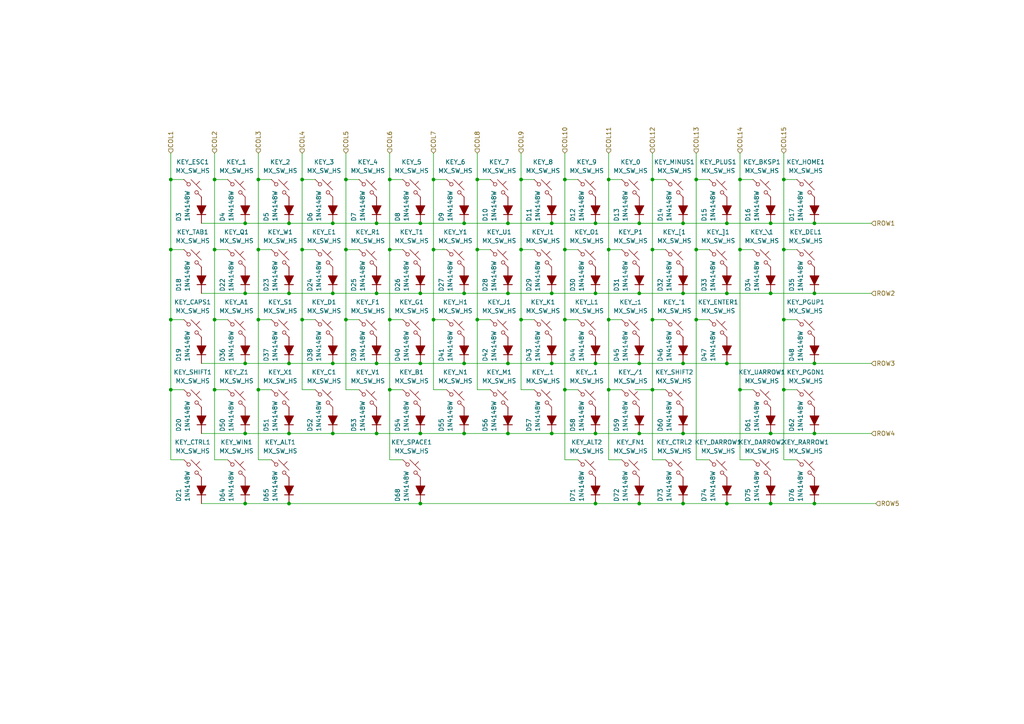
<source format=kicad_sch>
(kicad_sch (version 20250114) (generator "eeschema") (generator_version "9.0")
  (paper "A4")
  (junction (at 227.33 72.39))
  (junction (at 223.52 146.05))
  (junction (at 151.13 92.71))
  (junction (at 74.93 92.71))
  (junction (at 147.32 125.73))
  (junction (at 138.43 72.39))
  (junction (at 83.82 85.09))
  (junction (at 198.12 85.09))
  (junction (at 210.82 85.09))
  (junction (at 109.22 64.77))
  (junction (at 113.03 113.03))
  (junction (at 210.82 105.41))
  (junction (at 227.33 92.71))
  (junction (at 176.53 113.03))
  (junction (at 147.32 105.41))
  (junction (at 83.82 125.73))
  (junction (at 138.43 52.07))
  (junction (at 62.23 92.71))
  (junction (at 96.52 125.73))
  (junction (at 62.23 113.03))
  (junction (at 160.02 85.09))
  (junction (at 163.83 92.71))
  (junction (at 74.93 72.39))
  (junction (at 223.52 125.73))
  (junction (at 214.63 113.03))
  (junction (at 71.12 125.73))
  (junction (at 134.62 105.41))
  (junction (at 236.22 146.05))
  (junction (at 96.52 105.41))
  (junction (at 134.62 85.09))
  (junction (at 71.12 64.77))
  (junction (at 201.93 72.39))
  (junction (at 198.12 146.05))
  (junction (at 160.02 125.73))
  (junction (at 83.82 105.41))
  (junction (at 96.52 64.77))
  (junction (at 201.93 92.71))
  (junction (at 198.12 125.73))
  (junction (at 223.52 64.77))
  (junction (at 189.23 113.03))
  (junction (at 62.23 72.39))
  (junction (at 121.92 105.41))
  (junction (at 236.22 85.09))
  (junction (at 185.42 146.05))
  (junction (at 151.13 52.07))
  (junction (at 71.12 85.09))
  (junction (at 189.23 52.07))
  (junction (at 176.53 52.07))
  (junction (at 87.63 52.07))
  (junction (at 198.12 64.77))
  (junction (at 113.03 52.07))
  (junction (at 49.53 72.39))
  (junction (at 185.42 85.09))
  (junction (at 138.43 92.71))
  (junction (at 172.72 85.09))
  (junction (at 100.33 72.39))
  (junction (at 189.23 72.39))
  (junction (at 74.93 113.03))
  (junction (at 176.53 92.71))
  (junction (at 121.92 125.73))
  (junction (at 210.82 146.05))
  (junction (at 125.73 72.39))
  (junction (at 109.22 125.73))
  (junction (at 121.92 85.09))
  (junction (at 172.72 146.05))
  (junction (at 71.12 146.05))
  (junction (at 227.33 52.07))
  (junction (at 121.92 64.77))
  (junction (at 109.22 85.09))
  (junction (at 109.22 105.41))
  (junction (at 134.62 64.77))
  (junction (at 49.53 113.03))
  (junction (at 125.73 92.71))
  (junction (at 189.23 92.71))
  (junction (at 87.63 72.39))
  (junction (at 185.42 105.41))
  (junction (at 83.82 146.05))
  (junction (at 236.22 105.41))
  (junction (at 62.23 52.07))
  (junction (at 49.53 52.07))
  (junction (at 163.83 52.07))
  (junction (at 172.72 64.77))
  (junction (at 160.02 105.41))
  (junction (at 96.52 85.09))
  (junction (at 113.03 72.39))
  (junction (at 227.33 113.03))
  (junction (at 160.02 64.77))
  (junction (at 74.93 52.07))
  (junction (at 71.12 105.41))
  (junction (at 83.82 64.77))
  (junction (at 210.82 64.77))
  (junction (at 100.33 92.71))
  (junction (at 134.62 125.73))
  (junction (at 125.73 52.07))
  (junction (at 214.63 72.39))
  (junction (at 151.13 72.39))
  (junction (at 100.33 52.07))
  (junction (at 121.92 146.05))
  (junction (at 198.12 105.41))
  (junction (at 163.83 113.03))
  (junction (at 172.72 105.41))
  (junction (at 176.53 72.39))
  (junction (at 147.32 85.09))
  (junction (at 172.72 125.73))
  (junction (at 236.22 125.73))
  (junction (at 163.83 72.39))
  (junction (at 87.63 92.71))
  (junction (at 214.63 52.07))
  (junction (at 147.32 64.77))
  (junction (at 185.42 125.73))
  (junction (at 201.93 52.07))
  (junction (at 49.53 92.71))
  (junction (at 185.42 64.77))
  (junction (at 223.52 85.09))
  (junction (at 236.22 64.77))
  (junction (at 113.03 92.71))
  (wire (pts (xy 163.83 113.03) (xy 167.64 113.03)))
  (wire (pts (xy 198.12 146.05) (xy 210.82 146.05)))
  (wire (pts (xy 113.03 52.07) (xy 113.03 72.39)))
  (wire (pts (xy 138.43 44.45) (xy 138.43 52.07)))
  (wire (pts (xy 172.72 64.77) (xy 185.42 64.77)))
  (wire (pts (xy 87.63 72.39) (xy 87.63 92.71)))
  (wire (pts (xy 227.33 72.39) (xy 231.14 72.39)))
  (wire (pts (xy 227.33 52.07) (xy 227.33 72.39)))
  (wire (pts (xy 100.33 92.71) (xy 100.33 113.03)))
  (wire (pts (xy 163.83 72.39) (xy 167.64 72.39)))
  (wire (pts (xy 151.13 72.39) (xy 151.13 92.71)))
  (wire (pts (xy 163.83 92.71) (xy 163.83 113.03)))
  (wire (pts (xy 74.93 113.03) (xy 74.93 133.35)))
  (wire (pts (xy 151.13 44.45) (xy 151.13 52.07)))
  (wire (pts (xy 176.53 52.07) (xy 180.34 52.07)))
  (wire (pts (xy 223.52 146.05) (xy 236.22 146.05)))
  (wire (pts (xy 49.53 113.03) (xy 53.34 113.03)))
  (wire (pts (xy 83.82 105.41) (xy 71.12 105.41)))
  (wire (pts (xy 74.93 133.35) (xy 78.74 133.35)))
  (wire (pts (xy 176.53 92.71) (xy 180.34 92.71)))
  (wire (pts (xy 236.22 105.41) (xy 252.73 105.41)))
  (wire (pts (xy 113.03 72.39) (xy 116.84 72.39)))
  (wire (pts (xy 49.53 44.45) (xy 49.53 52.07)))
  (wire (pts (xy 49.53 133.35) (xy 53.34 133.35)))
  (wire (pts (xy 223.52 64.77) (xy 236.22 64.77)))
  (wire (pts (xy 121.92 125.73) (xy 109.22 125.73)))
  (wire (pts (xy 49.53 92.71) (xy 53.34 92.71)))
  (wire (pts (xy 214.63 133.35) (xy 218.44 133.35)))
  (wire (pts (xy 147.32 85.09) (xy 134.62 85.09)))
  (wire (pts (xy 198.12 105.41) (xy 185.42 105.41)))
  (wire (pts (xy 87.63 52.07) (xy 91.44 52.07)))
  (wire (pts (xy 83.82 64.77) (xy 96.52 64.77)))
  (wire (pts (xy 198.12 85.09) (xy 185.42 85.09)))
  (wire (pts (xy 160.02 64.77) (xy 172.72 64.77)))
  (wire (pts (xy 163.83 52.07) (xy 167.64 52.07)))
  (wire (pts (xy 227.33 133.35) (xy 231.14 133.35)))
  (wire (pts (xy 134.62 85.09) (xy 121.92 85.09)))
  (wire (pts (xy 138.43 52.07) (xy 142.24 52.07)))
  (wire (pts (xy 83.82 125.73) (xy 71.12 125.73)))
  (wire (pts (xy 227.33 44.45) (xy 227.33 52.07)))
  (wire (pts (xy 74.93 72.39) (xy 74.93 92.71)))
  (wire (pts (xy 214.63 113.03) (xy 214.63 133.35)))
  (wire (pts (xy 125.73 52.07) (xy 129.54 52.07)))
  (wire (pts (xy 163.83 133.35) (xy 167.64 133.35)))
  (wire (pts (xy 160.02 105.41) (xy 147.32 105.41)))
  (wire (pts (xy 96.52 125.73) (xy 83.82 125.73)))
  (wire (pts (xy 205.74 92.71) (xy 201.93 92.71)))
  (wire (pts (xy 74.93 52.07) (xy 74.93 72.39)))
  (wire (pts (xy 252.73 85.09) (xy 236.22 85.09)))
  (wire (pts (xy 87.63 72.39) (xy 91.44 72.39)))
  (wire (pts (xy 109.22 85.09) (xy 96.52 85.09)))
  (wire (pts (xy 198.12 105.41) (xy 210.82 105.41)))
  (wire (pts (xy 74.93 52.07) (xy 78.74 52.07)))
  (wire (pts (xy 138.43 113.03) (xy 142.24 113.03)))
  (wire (pts (xy 236.22 125.73) (xy 252.73 125.73)))
  (wire (pts (xy 71.12 85.09) (xy 58.42 85.09)))
  (wire (pts (xy 198.12 64.77) (xy 210.82 64.77)))
  (wire (pts (xy 113.03 113.03) (xy 116.84 113.03)))
  (wire (pts (xy 71.12 146.05) (xy 58.42 146.05)))
  (wire (pts (xy 151.13 72.39) (xy 154.94 72.39)))
  (wire (pts (xy 96.52 64.77) (xy 109.22 64.77)))
  (wire (pts (xy 87.63 44.45) (xy 87.63 52.07)))
  (wire (pts (xy 176.53 72.39) (xy 176.53 92.71)))
  (wire (pts (xy 74.93 72.39) (xy 78.74 72.39)))
  (wire (pts (xy 58.42 64.77) (xy 71.12 64.77)))
  (wire (pts (xy 121.92 85.09) (xy 109.22 85.09)))
  (wire (pts (xy 227.33 113.03) (xy 231.14 113.03)))
  (wire (pts (xy 62.23 113.03) (xy 62.23 133.35)))
  (wire (pts (xy 163.83 113.03) (xy 163.83 133.35)))
  (wire (pts (xy 236.22 146.05) (xy 254 146.05)))
  (wire (pts (xy 176.53 44.45) (xy 176.53 52.07)))
  (wire (pts (xy 223.52 125.73) (xy 236.22 125.73)))
  (wire (pts (xy 172.72 125.73) (xy 160.02 125.73)))
  (wire (pts (xy 198.12 125.73) (xy 223.52 125.73)))
  (wire (pts (xy 189.23 72.39) (xy 189.23 92.71)))
  (wire (pts (xy 125.73 44.45) (xy 125.73 52.07)))
  (wire (pts (xy 189.23 92.71) (xy 189.23 113.03)))
  (wire (pts (xy 172.72 146.05) (xy 185.42 146.05)))
  (wire (pts (xy 160.02 125.73) (xy 147.32 125.73)))
  (wire (pts (xy 100.33 113.03) (xy 104.14 113.03)))
  (wire (pts (xy 201.93 72.39) (xy 205.74 72.39)))
  (wire (pts (xy 96.52 105.41) (xy 83.82 105.41)))
  (wire (pts (xy 125.73 72.39) (xy 125.73 92.71)))
  (wire (pts (xy 201.93 52.07) (xy 205.74 52.07)))
  (wire (pts (xy 62.23 72.39) (xy 66.04 72.39)))
  (wire (pts (xy 96.52 85.09) (xy 83.82 85.09)))
  (wire (pts (xy 62.23 72.39) (xy 62.23 92.71)))
  (wire (pts (xy 100.33 44.45) (xy 100.33 52.07)))
  (wire (pts (xy 121.92 64.77) (xy 134.62 64.77)))
  (wire (pts (xy 185.42 125.73) (xy 198.12 125.73)))
  (wire (pts (xy 62.23 52.07) (xy 66.04 52.07)))
  (wire (pts (xy 151.13 92.71) (xy 154.94 92.71)))
  (wire (pts (xy 83.82 85.09) (xy 71.12 85.09)))
  (wire (pts (xy 176.53 72.39) (xy 180.34 72.39)))
  (wire (pts (xy 223.52 85.09) (xy 210.82 85.09)))
  (wire (pts (xy 176.53 133.35) (xy 180.34 133.35)))
  (wire (pts (xy 71.12 125.73) (xy 58.42 125.73)))
  (wire (pts (xy 201.93 133.35) (xy 205.74 133.35)))
  (wire (pts (xy 147.32 125.73) (xy 134.62 125.73)))
  (wire (pts (xy 113.03 113.03) (xy 113.03 133.35)))
  (wire (pts (xy 100.33 92.71) (xy 104.14 92.71)))
  (wire (pts (xy 201.93 52.07) (xy 201.93 72.39)))
  (wire (pts (xy 185.42 85.09) (xy 172.72 85.09)))
  (wire (pts (xy 109.22 64.77) (xy 121.92 64.77)))
  (wire (pts (xy 214.63 52.07) (xy 218.44 52.07)))
  (wire (pts (xy 121.92 105.41) (xy 109.22 105.41)))
  (wire (pts (xy 100.33 52.07) (xy 104.14 52.07)))
  (wire (pts (xy 49.53 72.39) (xy 49.53 92.71)))
  (wire (pts (xy 138.43 72.39) (xy 138.43 92.71)))
  (wire (pts (xy 138.43 92.71) (xy 138.43 113.03)))
  (wire (pts (xy 74.93 44.45) (xy 74.93 52.07)))
  (wire (pts (xy 121.92 146.05) (xy 172.72 146.05)))
  (wire (pts (xy 214.63 52.07) (xy 214.63 72.39)))
  (wire (pts (xy 151.13 52.07) (xy 154.94 52.07)))
  (wire (pts (xy 189.23 113.03) (xy 193.04 113.03)))
  (wire (pts (xy 189.23 44.45) (xy 189.23 52.07)))
  (wire (pts (xy 100.33 52.07) (xy 100.33 72.39)))
  (wire (pts (xy 100.33 72.39) (xy 100.33 92.71)))
  (wire (pts (xy 151.13 92.71) (xy 151.13 113.03)))
  (wire (pts (xy 49.53 52.07) (xy 53.34 52.07)))
  (wire (pts (xy 214.63 44.45) (xy 214.63 52.07)))
  (wire (pts (xy 189.23 52.07) (xy 193.04 52.07)))
  (wire (pts (xy 109.22 105.41) (xy 96.52 105.41)))
  (wire (pts (xy 83.82 146.05) (xy 121.92 146.05)))
  (wire (pts (xy 227.33 92.71) (xy 227.33 113.03)))
  (wire (pts (xy 138.43 72.39) (xy 142.24 72.39)))
  (wire (pts (xy 109.22 125.73) (xy 96.52 125.73)))
  (wire (pts (xy 62.23 133.35) (xy 66.04 133.35)))
  (wire (pts (xy 172.72 105.41) (xy 160.02 105.41)))
  (wire (pts (xy 151.13 52.07) (xy 151.13 72.39)))
  (wire (pts (xy 125.73 113.03) (xy 125.73 92.71)))
  (wire (pts (xy 227.33 92.71) (xy 231.14 92.71)))
  (wire (pts (xy 201.93 92.71) (xy 201.93 133.35)))
  (wire (pts (xy 210.82 85.09) (xy 198.12 85.09)))
  (wire (pts (xy 236.22 85.09) (xy 223.52 85.09)))
  (wire (pts (xy 71.12 64.77) (xy 83.82 64.77)))
  (wire (pts (xy 125.73 92.71) (xy 129.54 92.71)))
  (wire (pts (xy 62.23 92.71) (xy 62.23 113.03)))
  (wire (pts (xy 189.23 113.03) (xy 189.23 133.35)))
  (wire (pts (xy 236.22 64.77) (xy 252.73 64.77)))
  (wire (pts (xy 62.23 52.07) (xy 62.23 72.39)))
  (wire (pts (xy 176.53 113.03) (xy 176.53 133.35)))
  (wire (pts (xy 210.82 146.05) (xy 223.52 146.05)))
  (wire (pts (xy 147.32 105.41) (xy 134.62 105.41)))
  (wire (pts (xy 74.93 113.03) (xy 78.74 113.03)))
  (wire (pts (xy 113.03 133.35) (xy 116.84 133.35)))
  (wire (pts (xy 218.44 113.03) (xy 214.63 113.03)))
  (wire (pts (xy 227.33 52.07) (xy 231.14 52.07)))
  (wire (pts (xy 193.04 92.71) (xy 189.23 92.71)))
  (wire (pts (xy 49.53 113.03) (xy 49.53 133.35)))
  (wire (pts (xy 163.83 44.45) (xy 163.83 52.07)))
  (wire (pts (xy 189.23 52.07) (xy 189.23 72.39)))
  (wire (pts (xy 125.73 113.03) (xy 129.54 113.03)))
  (wire (pts (xy 227.33 113.03) (xy 227.33 133.35)))
  (wire (pts (xy 62.23 113.03) (xy 66.04 113.03)))
  (wire (pts (xy 138.43 92.71) (xy 142.24 92.71)))
  (wire (pts (xy 134.62 125.73) (xy 121.92 125.73)))
  (wire (pts (xy 151.13 113.03) (xy 154.94 113.03)))
  (wire (pts (xy 113.03 52.07) (xy 116.84 52.07)))
  (wire (pts (xy 87.63 92.71) (xy 87.63 113.03)))
  (wire (pts (xy 74.93 92.71) (xy 78.74 92.71)))
  (wire (pts (xy 184.15 113.03) (xy 189.23 113.03)))
  (wire (pts (xy 227.33 72.39) (xy 227.33 92.71)))
  (wire (pts (xy 163.83 52.07) (xy 163.83 72.39)))
  (wire (pts (xy 185.42 105.41) (xy 172.72 105.41)))
  (wire (pts (xy 185.42 64.77) (xy 198.12 64.77)))
  (wire (pts (xy 62.23 44.45) (xy 62.23 52.07)))
  (wire (pts (xy 49.53 72.39) (xy 53.34 72.39)))
  (wire (pts (xy 163.83 92.71) (xy 167.64 92.71)))
  (wire (pts (xy 189.23 72.39) (xy 193.04 72.39)))
  (wire (pts (xy 125.73 52.07) (xy 125.73 72.39)))
  (wire (pts (xy 83.82 146.05) (xy 71.12 146.05)))
  (wire (pts (xy 185.42 125.73) (xy 172.72 125.73)))
  (wire (pts (xy 214.63 113.03) (xy 214.63 72.39)))
  (wire (pts (xy 138.43 52.07) (xy 138.43 72.39)))
  (wire (pts (xy 134.62 64.77) (xy 147.32 64.77)))
  (wire (pts (xy 113.03 92.71) (xy 113.03 113.03)))
  (wire (pts (xy 71.12 105.41) (xy 58.42 105.41)))
  (wire (pts (xy 189.23 133.35) (xy 193.04 133.35)))
  (wire (pts (xy 185.42 146.05) (xy 198.12 146.05)))
  (wire (pts (xy 49.53 92.71) (xy 49.53 113.03)))
  (wire (pts (xy 113.03 72.39) (xy 113.03 92.71)))
  (wire (pts (xy 74.93 92.71) (xy 74.93 113.03)))
  (wire (pts (xy 100.33 72.39) (xy 104.14 72.39)))
  (wire (pts (xy 172.72 85.09) (xy 160.02 85.09)))
  (wire (pts (xy 210.82 64.77) (xy 223.52 64.77)))
  (wire (pts (xy 176.53 113.03) (xy 180.34 113.03)))
  (wire (pts (xy 49.53 52.07) (xy 49.53 72.39)))
  (wire (pts (xy 163.83 72.39) (xy 163.83 92.71)))
  (wire (pts (xy 113.03 92.71) (xy 116.84 92.71)))
  (wire (pts (xy 62.23 92.71) (xy 66.04 92.71)))
  (wire (pts (xy 134.62 105.41) (xy 121.92 105.41)))
  (wire (pts (xy 147.32 64.77) (xy 160.02 64.77)))
  (wire (pts (xy 176.53 52.07) (xy 176.53 72.39)))
  (wire (pts (xy 210.82 105.41) (xy 236.22 105.41)))
  (wire (pts (xy 87.63 113.03) (xy 91.44 113.03)))
  (wire (pts (xy 87.63 92.71) (xy 91.44 92.71)))
  (wire (pts (xy 113.03 44.45) (xy 113.03 52.07)))
  (wire (pts (xy 125.73 72.39) (xy 129.54 72.39)))
  (wire (pts (xy 201.93 72.39) (xy 201.93 92.71)))
  (wire (pts (xy 201.93 44.45) (xy 201.93 52.07)))
  (wire (pts (xy 214.63 72.39) (xy 218.44 72.39)))
  (wire (pts (xy 176.53 92.71) (xy 176.53 113.03)))
  (wire (pts (xy 160.02 85.09) (xy 147.32 85.09)))
  (wire (pts (xy 87.63 52.07) (xy 87.63 72.39)))
  (hierarchical_label "COL2" (shape input) (at 62.23 44.45 90))
  (hierarchical_label "COL4" (shape input) (at 87.63 44.45 90))
  (hierarchical_label "ROW1" (shape input) (at 252.73 64.77 0))
  (hierarchical_label "COL7" (shape input) (at 125.73 44.45 90))
  (hierarchical_label "COL3" (shape input) (at 74.93 44.45 90))
  (hierarchical_label "COL6" (shape input) (at 113.03 44.45 90))
  (hierarchical_label "ROW4" (shape input) (at 252.73 125.73 0))
  (hierarchical_label "COL12" (shape input) (at 189.23 44.45 90))
  (hierarchical_label "ROW3" (shape input) (at 252.73 105.41 0))
  (hierarchical_label "COL11" (shape input) (at 176.53 44.45 90))
  (hierarchical_label "COL1" (shape input) (at 49.53 44.45 90))
  (hierarchical_label "COL13" (shape input) (at 201.93 44.45 90))
  (hierarchical_label "COL10" (shape input) (at 163.83 44.45 90))
  (hierarchical_label "ROW2" (shape input) (at 252.73 85.09 0))
  (hierarchical_label "COL14" (shape input) (at 214.63 44.45 90))
  (hierarchical_label "COL9" (shape input) (at 151.13 44.45 90))
  (hierarchical_label "COL8" (shape input) (at 138.43 44.45 90))
  (hierarchical_label "COL5" (shape input) (at 100.33 44.45 90))
  (hierarchical_label "COL15" (shape input) (at 227.33 44.45 90))
  (hierarchical_label "ROW5" (shape input) (at 254 146.05 0))
  (symbol (lib_id "PCM_marbastlib-mx:MX_SW_HS_CPG151101S11") (at 132.08 115.57 0) (unit 1)
    (property "Reference" "KEY_N1" (at 132.08 107.95 0))
    (property "Value" "MX_SW_HS" (at 132.08 110.49 0))
    (property "Footprint" "PCM_marbastlib-mx:SW_MX_HS_CPG151101S11_1u" (effects (hide yes)))
    (property "Description" "Push button switch, normally open, two pins, 45° tilted, Kailh CPG151101S11 for Cherry MX style switches" (effects (hide yes)))
  )
  (symbol (lib_id "PCM_marbastlib-mx:MX_SW_HS_CPG151101S11") (at 170.18 74.93 0) (unit 1)
    (property "Reference" "KEY_O1" (at 170.18 67.31 0))
    (property "Value" "MX_SW_HS" (at 170.18 69.85 0))
    (property "Footprint" "PCM_marbastlib-mx:SW_MX_HS_CPG151101S11_1u" (effects (hide yes)))
    (property "Description" "Push button switch, normally open, two pins, 45° tilted, Kailh CPG151101S11 for Cherry MX style switches" (effects (hide yes)))
  )
  (symbol (lib_id "PCM_marbastlib-mx:MX_SW_HS_CPG151101S11") (at 144.78 95.25 0) (unit 1)
    (property "Reference" "KEY_J1" (at 144.78 87.63 0))
    (property "Value" "MX_SW_HS" (at 144.78 90.17 0))
    (property "Footprint" "PCM_marbastlib-mx:SW_MX_HS_CPG151101S11_1u" (effects (hide yes)))
    (property "Description" "Push button switch, normally open, two pins, 45° tilted, Kailh CPG151101S11 for Cherry MX style switches" (effects (hide yes)))
  )
  (symbol (lib_id "PCM_marbastlib-mx:MX_SW_HS_CPG151101S11") (at 170.18 135.89 0) (unit 1)
    (property "Reference" "KEY_ALT2" (at 170.18 128.27 0))
    (property "Value" "MX_SW_HS" (at 170.18 130.81 0))
    (property "Footprint" "PCM_marbastlib-mx:SW_MX_HS_CPG151101S11_1u" (effects (hide yes)))
    (property "Description" "Push button switch, normally open, two pins, 45° tilted, Kailh CPG151101S11 for Cherry MX style switches" (effects (hide yes)))
  )
  (symbol (lib_id "PCM_Diode_AKL:1N4148W") (at 236.22 81.28 270) (unit 1)
    (property "Reference" "D35" (at 229.616 84.582 0) (effects (justify right)))
    (property "Value" "1N4148W" (at 232.156 84.582 0) (effects (justify right)))
    (property "Footprint" "PCM_Diode_SMD_AKL:D_SOD-123" (effects (hide yes)))
    (property "Datasheet" "https://datasheet.octopart.com/1N4148W-HE3-18-Vishay-datasheet-17291302.pdf" (effects (hide yes)))
    (property "Description" "SOD-123 Diode, Small Signal, Fast Switching, 75V, 150mA, 4ns, Alternate KiCad Library" (effects (hide yes)))
  )
  (symbol (lib_id "PCM_Diode_AKL:1N4148W") (at 121.92 142.24 270) (unit 1)
    (property "Reference" "D68" (at 115.316 145.542 0) (effects (justify right)))
    (property "Value" "1N4148W" (at 117.856 145.542 0) (effects (justify right)))
    (property "Footprint" "PCM_Diode_SMD_AKL:D_SOD-123" (effects (hide yes)))
    (property "Datasheet" "https://datasheet.octopart.com/1N4148W-HE3-18-Vishay-datasheet-17291302.pdf" (effects (hide yes)))
    (property "Description" "SOD-123 Diode, Small Signal, Fast Switching, 75V, 150mA, 4ns, Alternate KiCad Library" (effects (hide yes)))
  )
  (symbol (lib_id "PCM_Diode_AKL:1N4148W") (at 71.12 101.6 270) (unit 1)
    (property "Reference" "D36" (at 64.516 104.902 0) (effects (justify right)))
    (property "Value" "1N4148W" (at 67.056 104.902 0) (effects (justify right)))
    (property "Footprint" "PCM_Diode_SMD_AKL:D_SOD-123" (effects (hide yes)))
    (property "Datasheet" "https://datasheet.octopart.com/1N4148W-HE3-18-Vishay-datasheet-17291302.pdf" (effects (hide yes)))
    (property "Description" "SOD-123 Diode, Small Signal, Fast Switching, 75V, 150mA, 4ns, Alternate KiCad Library" (effects (hide yes)))
  )
  (symbol (lib_id "PCM_marbastlib-mx:MX_SW_HS_CPG151101S11") (at 81.28 135.89 0) (unit 1)
    (property "Reference" "KEY_ALT1" (at 81.28 128.27 0))
    (property "Value" "MX_SW_HS" (at 81.28 130.81 0))
    (property "Footprint" "PCM_marbastlib-mx:SW_MX_HS_CPG151101S11_1u" (effects (hide yes)))
    (property "Description" "Push button switch, normally open, two pins, 45° tilted, Kailh CPG151101S11 for Cherry MX style switches" (effects (hide yes)))
  )
  (symbol (lib_id "PCM_Diode_AKL:1N4148W") (at 134.62 81.28 270) (unit 1)
    (property "Reference" "D27" (at 128.016 84.582 0) (effects (justify right)))
    (property "Value" "1N4148W" (at 130.556 84.582 0) (effects (justify right)))
    (property "Footprint" "PCM_Diode_SMD_AKL:D_SOD-123" (effects (hide yes)))
    (property "Datasheet" "https://datasheet.octopart.com/1N4148W-HE3-18-Vishay-datasheet-17291302.pdf" (effects (hide yes)))
    (property "Description" "SOD-123 Diode, Small Signal, Fast Switching, 75V, 150mA, 4ns, Alternate KiCad Library" (effects (hide yes)))
  )
  (symbol (lib_id "PCM_marbastlib-mx:MX_SW_HS_CPG151101S11") (at 220.98 74.93 0) (unit 1)
    (property "Reference" "KEY_\\1" (at 220.98 67.31 0))
    (property "Value" "MX_SW_HS" (at 220.98 69.85 0))
    (property "Footprint" "PCM_marbastlib-mx:SW_MX_HS_CPG151101S11_1u" (effects (hide yes)))
    (property "Description" "Push button switch, normally open, two pins, 45° tilted, Kailh CPG151101S11 for Cherry MX style switches" (effects (hide yes)))
  )
  (symbol (lib_id "PCM_marbastlib-mx:MX_SW_HS_CPG151101S11") (at 233.68 115.57 0) (unit 1)
    (property "Reference" "KEY_PGDN1" (at 233.68 107.95 0))
    (property "Value" "MX_SW_HS" (at 233.68 110.49 0))
    (property "Footprint" "PCM_marbastlib-mx:SW_MX_HS_CPG151101S11_1u" (effects (hide yes)))
    (property "Description" "Push button switch, normally open, two pins, 45° tilted, Kailh CPG151101S11 for Cherry MX style switches" (effects (hide yes)))
  )
  (symbol (lib_id "PCM_marbastlib-mx:MX_SW_HS_CPG151101S11") (at 233.68 135.89 0) (unit 1)
    (property "Reference" "KEY_RARROW1" (at 233.68 128.27 0))
    (property "Value" "MX_SW_HS" (at 233.68 130.81 0))
    (property "Footprint" "PCM_marbastlib-mx:SW_MX_HS_CPG151101S11_1u" (effects (hide yes)))
    (property "Description" "Push button switch, normally open, two pins, 45° tilted, Kailh CPG151101S11 for Cherry MX style switches" (effects (hide yes)))
  )
  (symbol (lib_id "PCM_Diode_AKL:1N4148W") (at 160.02 60.96 270) (unit 1)
    (property "Reference" "D11" (at 153.416 64.262 0) (effects (justify right)))
    (property "Value" "1N4148W" (at 155.956 64.262 0) (effects (justify right)))
    (property "Footprint" "PCM_Diode_SMD_AKL:D_SOD-123" (effects (hide yes)))
    (property "Datasheet" "https://datasheet.octopart.com/1N4148W-HE3-18-Vishay-datasheet-17291302.pdf" (effects (hide yes)))
    (property "Description" "SOD-123 Diode, Small Signal, Fast Switching, 75V, 150mA, 4ns, Alternate KiCad Library" (effects (hide yes)))
  )
  (symbol (lib_id "PCM_Diode_AKL:1N4148W") (at 96.52 121.92 270) (unit 1)
    (property "Reference" "D52" (at 89.916 125.222 0) (effects (justify right)))
    (property "Value" "1N4148W" (at 92.456 125.222 0) (effects (justify right)))
    (property "Footprint" "PCM_Diode_SMD_AKL:D_SOD-123" (effects (hide yes)))
    (property "Datasheet" "https://datasheet.octopart.com/1N4148W-HE3-18-Vishay-datasheet-17291302.pdf" (effects (hide yes)))
    (property "Description" "SOD-123 Diode, Small Signal, Fast Switching, 75V, 150mA, 4ns, Alternate KiCad Library" (effects (hide yes)))
  )
  (symbol (lib_id "PCM_Diode_AKL:1N4148W") (at 198.12 121.92 270) (unit 1)
    (property "Reference" "D60" (at 191.516 125.222 0) (effects (justify right)))
    (property "Value" "1N4148W" (at 194.056 125.222 0) (effects (justify right)))
    (property "Footprint" "PCM_Diode_SMD_AKL:D_SOD-123" (effects (hide yes)))
    (property "Datasheet" "https://datasheet.octopart.com/1N4148W-HE3-18-Vishay-datasheet-17291302.pdf" (effects (hide yes)))
    (property "Description" "SOD-123 Diode, Small Signal, Fast Switching, 75V, 150mA, 4ns, Alternate KiCad Library" (effects (hide yes)))
  )
  (symbol (lib_id "PCM_marbastlib-mx:MX_SW_HS_CPG151101S11") (at 182.88 54.61 0) (unit 1)
    (property "Reference" "KEY_0" (at 182.88 46.99 0))
    (property "Value" "MX_SW_HS" (at 182.88 49.53 0))
    (property "Footprint" "PCM_marbastlib-mx:SW_MX_HS_CPG151101S11_1u" (effects (hide yes)))
    (property "Description" "Push button switch, normally open, two pins, 45° tilted, Kailh CPG151101S11 for Cherry MX style switches" (effects (hide yes)))
  )
  (symbol (lib_id "PCM_Diode_AKL:1N4148W") (at 147.32 81.28 270) (unit 1)
    (property "Reference" "D28" (at 140.716 84.582 0) (effects (justify right)))
    (property "Value" "1N4148W" (at 143.256 84.582 0) (effects (justify right)))
    (property "Footprint" "PCM_Diode_SMD_AKL:D_SOD-123" (effects (hide yes)))
    (property "Datasheet" "https://datasheet.octopart.com/1N4148W-HE3-18-Vishay-datasheet-17291302.pdf" (effects (hide yes)))
    (property "Description" "SOD-123 Diode, Small Signal, Fast Switching, 75V, 150mA, 4ns, Alternate KiCad Library" (effects (hide yes)))
  )
  (symbol (lib_id "PCM_marbastlib-mx:MX_SW_HS_CPG151101S11") (at 195.58 74.93 0) (unit 1)
    (property "Reference" "KEY_[1" (at 195.58 67.31 0))
    (property "Value" "MX_SW_HS" (at 195.58 69.85 0))
    (property "Footprint" "PCM_marbastlib-mx:SW_MX_HS_CPG151101S11_1u" (effects (hide yes)))
    (property "Description" "Push button switch, normally open, two pins, 45° tilted, Kailh CPG151101S11 for Cherry MX style switches" (effects (hide yes)))
  )
  (symbol (lib_id "PCM_marbastlib-mx:MX_SW_HS_CPG151101S11") (at 208.28 135.89 0) (unit 1)
    (property "Reference" "KEY_DARROW1" (at 208.28 128.27 0))
    (property "Value" "MX_SW_HS" (at 208.28 130.81 0))
    (property "Footprint" "PCM_marbastlib-mx:SW_MX_HS_CPG151101S11_1u" (effects (hide yes)))
    (property "Description" "Push button switch, normally open, two pins, 45° tilted, Kailh CPG151101S11 for Cherry MX style switches" (effects (hide yes)))
  )
  (symbol (lib_id "PCM_marbastlib-mx:MX_SW_HS_CPG151101S11") (at 195.58 115.57 0) (unit 1)
    (property "Reference" "KEY_SHIFT2" (at 195.58 107.95 0))
    (property "Value" "MX_SW_HS" (at 195.58 110.49 0))
    (property "Footprint" "PCM_marbastlib-mx:SW_MX_HS_CPG151101S11_1u" (effects (hide yes)))
    (property "Description" "Push button switch, normally open, two pins, 45° tilted, Kailh CPG151101S11 for Cherry MX style switches" (effects (hide yes)))
  )
  (symbol (lib_id "PCM_Diode_AKL:1N4148W") (at 198.12 81.28 270) (unit 1)
    (property "Reference" "D32" (at 191.516 84.582 0) (effects (justify right)))
    (property "Value" "1N4148W" (at 194.056 84.582 0) (effects (justify right)))
    (property "Footprint" "PCM_Diode_SMD_AKL:D_SOD-123" (effects (hide yes)))
    (property "Datasheet" "https://datasheet.octopart.com/1N4148W-HE3-18-Vishay-datasheet-17291302.pdf" (effects (hide yes)))
    (property "Description" "SOD-123 Diode, Small Signal, Fast Switching, 75V, 150mA, 4ns, Alternate KiCad Library" (effects (hide yes)))
  )
  (symbol (lib_id "PCM_Diode_AKL:1N4148W") (at 185.42 142.24 270) (unit 1)
    (property "Reference" "D72" (at 178.816 145.542 0) (effects (justify right)))
    (property "Value" "1N4148W" (at 181.356 145.542 0) (effects (justify right)))
    (property "Footprint" "PCM_Diode_SMD_AKL:D_SOD-123" (effects (hide yes)))
    (property "Datasheet" "https://datasheet.octopart.com/1N4148W-HE3-18-Vishay-datasheet-17291302.pdf" (effects (hide yes)))
    (property "Description" "SOD-123 Diode, Small Signal, Fast Switching, 75V, 150mA, 4ns, Alternate KiCad Library" (effects (hide yes)))
  )
  (symbol (lib_id "PCM_Diode_AKL:1N4148W") (at 147.32 121.92 270) (unit 1)
    (property "Reference" "D56" (at 140.716 125.222 0) (effects (justify right)))
    (property "Value" "1N4148W" (at 143.256 125.222 0) (effects (justify right)))
    (property "Footprint" "PCM_Diode_SMD_AKL:D_SOD-123" (effects (hide yes)))
    (property "Datasheet" "https://datasheet.octopart.com/1N4148W-HE3-18-Vishay-datasheet-17291302.pdf" (effects (hide yes)))
    (property "Description" "SOD-123 Diode, Small Signal, Fast Switching, 75V, 150mA, 4ns, Alternate KiCad Library" (effects (hide yes)))
  )
  (symbol (lib_id "PCM_marbastlib-mx:MX_SW_HS_CPG151101S11") (at 106.68 54.61 0) (unit 1)
    (property "Reference" "KEY_4" (at 106.68 46.99 0))
    (property "Value" "MX_SW_HS" (at 106.68 49.53 0))
    (property "Footprint" "PCM_marbastlib-mx:SW_MX_HS_CPG151101S11_1u" (effects (hide yes)))
    (property "Description" "Push button switch, normally open, two pins, 45° tilted, Kailh CPG151101S11 for Cherry MX style switches" (effects (hide yes)))
  )
  (symbol (lib_id "PCM_marbastlib-mx:MX_SW_HS_CPG151101S11") (at 157.48 74.93 0) (unit 1)
    (property "Reference" "KEY_I1" (at 157.48 67.31 0))
    (property "Value" "MX_SW_HS" (at 157.48 69.85 0))
    (property "Footprint" "PCM_marbastlib-mx:SW_MX_HS_CPG151101S11_1u" (effects (hide yes)))
    (property "Description" "Push button switch, normally open, two pins, 45° tilted, Kailh CPG151101S11 for Cherry MX style switches" (effects (hide yes)))
  )
  (symbol (lib_id "PCM_marbastlib-mx:MX_SW_HS_CPG151101S11") (at 81.28 54.61 0) (unit 1)
    (property "Reference" "KEY_2" (at 81.28 46.99 0))
    (property "Value" "MX_SW_HS" (at 81.28 49.53 0))
    (property "Footprint" "PCM_marbastlib-mx:SW_MX_HS_CPG151101S11_1u" (effects (hide yes)))
    (property "Description" "Push button switch, normally open, two pins, 45° tilted, Kailh CPG151101S11 for Cherry MX style switches" (effects (hide yes)))
  )
  (symbol (lib_id "PCM_marbastlib-mx:MX_SW_HS_CPG151101S11") (at 157.48 54.61 0) (unit 1)
    (property "Reference" "KEY_8" (at 157.48 46.99 0))
    (property "Value" "MX_SW_HS" (at 157.48 49.53 0))
    (property "Footprint" "PCM_marbastlib-mx:SW_MX_HS_CPG151101S11_1u" (effects (hide yes)))
    (property "Description" "Push button switch, normally open, two pins, 45° tilted, Kailh CPG151101S11 for Cherry MX style switches" (effects (hide yes)))
  )
  (symbol (lib_id "PCM_marbastlib-mx:MX_SW_HS_CPG151101S11") (at 233.68 95.25 0) (unit 1)
    (property "Reference" "KEY_PGUP1" (at 233.68 87.63 0))
    (property "Value" "MX_SW_HS" (at 233.68 90.17 0))
    (property "Footprint" "PCM_marbastlib-mx:SW_MX_HS_CPG151101S11_1u" (effects (hide yes)))
    (property "Description" "Push button switch, normally open, two pins, 45° tilted, Kailh CPG151101S11 for Cherry MX style switches" (effects (hide yes)))
  )
  (symbol (lib_id "PCM_marbastlib-mx:MX_SW_HS_CPG151101S11") (at 144.78 54.61 0) (unit 1)
    (property "Reference" "KEY_7" (at 144.78 46.99 0))
    (property "Value" "MX_SW_HS" (at 144.78 49.53 0))
    (property "Footprint" "PCM_marbastlib-mx:SW_MX_HS_CPG151101S11_1u" (effects (hide yes)))
    (property "Description" "Push button switch, normally open, two pins, 45° tilted, Kailh CPG151101S11 for Cherry MX style switches" (effects (hide yes)))
  )
  (symbol (lib_id "PCM_marbastlib-mx:MX_SW_HS_CPG151101S11") (at 220.98 54.61 0) (unit 1)
    (property "Reference" "KEY_BKSP1" (at 220.98 46.99 0))
    (property "Value" "MX_SW_HS" (at 220.98 49.53 0))
    (property "Footprint" "PCM_marbastlib-mx:SW_MX_HS_CPG151101S11_1u" (effects (hide yes)))
    (property "Description" "Push button switch, normally open, two pins, 45° tilted, Kailh CPG151101S11 for Cherry MX style switches" (effects (hide yes)))
  )
  (symbol (lib_id "PCM_marbastlib-mx:MX_SW_HS_CPG151101S11") (at 55.88 135.89 0) (unit 1)
    (property "Reference" "KEY_CTRL1" (at 55.88 128.27 0))
    (property "Value" "MX_SW_HS" (at 55.88 130.81 0))
    (property "Footprint" "PCM_marbastlib-mx:SW_MX_HS_CPG151101S11_1u" (effects (hide yes)))
    (property "Description" "Push button switch, normally open, two pins, 45° tilted, Kailh CPG151101S11 for Cherry MX style switches" (effects (hide yes)))
  )
  (symbol (lib_id "PCM_marbastlib-mx:MX_SW_HS_CPG151101S11") (at 68.58 95.25 0) (unit 1)
    (property "Reference" "KEY_A1" (at 68.58 87.63 0))
    (property "Value" "MX_SW_HS" (at 68.58 90.17 0))
    (property "Footprint" "PCM_marbastlib-mx:SW_MX_HS_CPG151101S11_1u" (effects (hide yes)))
    (property "Description" "Push button switch, normally open, two pins, 45° tilted, Kailh CPG151101S11 for Cherry MX style switches" (effects (hide yes)))
  )
  (symbol (lib_id "PCM_marbastlib-mx:MX_SW_HS_CPG151101S11") (at 106.68 115.57 0) (unit 1)
    (property "Reference" "KEY_V1" (at 106.68 107.95 0))
    (property "Value" "MX_SW_HS" (at 106.68 110.49 0))
    (property "Footprint" "PCM_marbastlib-mx:SW_MX_HS_CPG151101S11_1u" (effects (hide yes)))
    (property "Description" "Push button switch, normally open, two pins, 45° tilted, Kailh CPG151101S11 for Cherry MX style switches" (effects (hide yes)))
  )
  (symbol (lib_id "PCM_marbastlib-mx:MX_SW_HS_CPG151101S11") (at 93.98 74.93 0) (unit 1)
    (property "Reference" "KEY_E1" (at 93.98 67.31 0))
    (property "Value" "MX_SW_HS" (at 93.98 69.85 0))
    (property "Footprint" "PCM_marbastlib-mx:SW_MX_HS_CPG151101S11_1u" (effects (hide yes)))
    (property "Description" "Push button switch, normally open, two pins, 45° tilted, Kailh CPG151101S11 for Cherry MX style switches" (effects (hide yes)))
  )
  (symbol (lib_id "PCM_marbastlib-mx:MX_SW_HS_CPG151101S11") (at 208.28 95.25 0) (unit 1)
    (property "Reference" "KEY_ENTER1" (at 208.28 87.63 0))
    (property "Value" "MX_SW_HS" (at 208.28 90.17 0))
    (property "Footprint" "PCM_marbastlib-mx:SW_MX_HS_CPG151101S11_1u" (effects (hide yes)))
    (property "Description" "Push button switch, normally open, two pins, 45° tilted, Kailh CPG151101S11 for Cherry MX style switches" (effects (hide yes)))
  )
  (symbol (lib_id "PCM_marbastlib-mx:MX_SW_HS_CPG151101S11") (at 106.68 95.25 0) (unit 1)
    (property "Reference" "KEY_F1" (at 106.68 87.63 0))
    (property "Value" "MX_SW_HS" (at 106.68 90.17 0))
    (property "Footprint" "PCM_marbastlib-mx:SW_MX_HS_CPG151101S11_1u" (effects (hide yes)))
    (property "Description" "Push button switch, normally open, two pins, 45° tilted, Kailh CPG151101S11 for Cherry MX style switches" (effects (hide yes)))
  )
  (symbol (lib_id "PCM_Diode_AKL:1N4148W") (at 58.42 101.6 270) (unit 1)
    (property "Reference" "D19" (at 51.816 104.902 0) (effects (justify right)))
    (property "Value" "1N4148W" (at 54.356 104.902 0) (effects (justify right)))
    (property "Footprint" "PCM_Diode_SMD_AKL:D_SOD-123" (effects (hide yes)))
    (property "Datasheet" "https://datasheet.octopart.com/1N4148W-HE3-18-Vishay-datasheet-17291302.pdf" (effects (hide yes)))
    (property "Description" "SOD-123 Diode, Small Signal, Fast Switching, 75V, 150mA, 4ns, Alternate KiCad Library" (effects (hide yes)))
  )
  (symbol (lib_id "PCM_marbastlib-mx:MX_SW_HS_CPG151101S11") (at 208.28 74.93 0) (unit 1)
    (property "Reference" "KEY_]1" (at 208.28 67.31 0))
    (property "Value" "MX_SW_HS" (at 208.28 69.85 0))
    (property "Footprint" "PCM_marbastlib-mx:SW_MX_HS_CPG151101S11_1u" (effects (hide yes)))
    (property "Description" "Push button switch, normally open, two pins, 45° tilted, Kailh CPG151101S11 for Cherry MX style switches" (effects (hide yes)))
  )
  (symbol (lib_id "PCM_marbastlib-mx:MX_SW_HS_CPG151101S11") (at 220.98 115.57 0) (unit 1)
    (property "Reference" "KEY_UARROW1" (at 220.98 107.95 0))
    (property "Value" "MX_SW_HS" (at 220.98 110.49 0))
    (property "Footprint" "PCM_marbastlib-mx:SW_MX_HS_CPG151101S11_1u" (effects (hide yes)))
    (property "Description" "Push button switch, normally open, two pins, 45° tilted, Kailh CPG151101S11 for Cherry MX style switches" (effects (hide yes)))
  )
  (symbol (lib_id "PCM_marbastlib-mx:MX_SW_HS_CPG151101S11") (at 220.98 135.89 0) (unit 1)
    (property "Reference" "KEY_DARROW2" (at 220.98 128.27 0))
    (property "Value" "MX_SW_HS" (at 220.98 130.81 0))
    (property "Footprint" "PCM_marbastlib-mx:SW_MX_HS_CPG151101S11_1u" (effects (hide yes)))
    (property "Description" "Push button switch, normally open, two pins, 45° tilted, Kailh CPG151101S11 for Cherry MX style switches" (effects (hide yes)))
  )
  (symbol (lib_id "PCM_marbastlib-mx:MX_SW_HS_CPG151101S11") (at 144.78 74.93 0) (unit 1)
    (property "Reference" "KEY_U1" (at 144.78 67.31 0))
    (property "Value" "MX_SW_HS" (at 144.78 69.85 0))
    (property "Footprint" "PCM_marbastlib-mx:SW_MX_HS_CPG151101S11_1u" (effects (hide yes)))
    (property "Description" "Push button switch, normally open, two pins, 45° tilted, Kailh CPG151101S11 for Cherry MX style switches" (effects (hide yes)))
  )
  (symbol (lib_id "PCM_Diode_AKL:1N4148W") (at 121.92 81.28 270) (unit 1)
    (property "Reference" "D26" (at 115.316 84.582 0) (effects (justify right)))
    (property "Value" "1N4148W" (at 117.856 84.582 0) (effects (justify right)))
    (property "Footprint" "PCM_Diode_SMD_AKL:D_SOD-123" (effects (hide yes)))
    (property "Datasheet" "https://datasheet.octopart.com/1N4148W-HE3-18-Vishay-datasheet-17291302.pdf" (effects (hide yes)))
    (property "Description" "SOD-123 Diode, Small Signal, Fast Switching, 75V, 150mA, 4ns, Alternate KiCad Library" (effects (hide yes)))
  )
  (symbol (lib_id "PCM_Diode_AKL:1N4148W") (at 198.12 142.24 270) (unit 1)
    (property "Reference" "D73" (at 191.516 145.542 0) (effects (justify right)))
    (property "Value" "1N4148W" (at 194.056 145.542 0) (effects (justify right)))
    (property "Footprint" "PCM_Diode_SMD_AKL:D_SOD-123" (effects (hide yes)))
    (property "Datasheet" "https://datasheet.octopart.com/1N4148W-HE3-18-Vishay-datasheet-17291302.pdf" (effects (hide yes)))
    (property "Description" "SOD-123 Diode, Small Signal, Fast Switching, 75V, 150mA, 4ns, Alternate KiCad Library" (effects (hide yes)))
  )
  (symbol (lib_id "PCM_marbastlib-mx:MX_SW_HS_CPG151101S11") (at 195.58 95.25 0) (unit 1)
    (property "Reference" "KEY_'1" (at 195.58 87.63 0))
    (property "Value" "MX_SW_HS" (at 195.58 90.17 0))
    (property "Footprint" "PCM_marbastlib-mx:SW_MX_HS_CPG151101S11_1u" (effects (hide yes)))
    (property "Description" "Push button switch, normally open, two pins, 45° tilted, Kailh CPG151101S11 for Cherry MX style switches" (effects (hide yes)))
  )
  (symbol (lib_id "PCM_marbastlib-mx:MX_SW_HS_CPG151101S11") (at 55.88 54.61 0) (unit 1)
    (property "Reference" "KEY_ESC1" (at 55.88 46.99 0))
    (property "Value" "MX_SW_HS" (at 55.88 49.53 0))
    (property "Footprint" "PCM_marbastlib-mx:SW_MX_HS_CPG151101S11_1u" (effects (hide yes)))
    (property "Description" "Push button switch, normally open, two pins, 45° tilted, Kailh CPG151101S11 for Cherry MX style switches" (effects (hide yes)))
  )
  (symbol (lib_id "PCM_marbastlib-mx:MX_SW_HS_CPG151101S11") (at 170.18 95.25 0) (unit 1)
    (property "Reference" "KEY_L1" (at 170.18 87.63 0))
    (property "Value" "MX_SW_HS" (at 170.18 90.17 0))
    (property "Footprint" "PCM_marbastlib-mx:SW_MX_HS_CPG151101S11_1u" (effects (hide yes)))
    (property "Description" "Push button switch, normally open, two pins, 45° tilted, Kailh CPG151101S11 for Cherry MX style switches" (effects (hide yes)))
  )
  (symbol (lib_id "PCM_marbastlib-mx:MX_SW_HS_CPG151101S11") (at 68.58 54.61 0) (unit 1)
    (property "Reference" "KEY_1" (at 68.58 46.99 0))
    (property "Value" "MX_SW_HS" (at 68.58 49.53 0))
    (property "Footprint" "PCM_marbastlib-mx:SW_MX_HS_CPG151101S11_1u" (effects (hide yes)))
    (property "Description" "Push button switch, normally open, two pins, 45° tilted, Kailh CPG151101S11 for Cherry MX style switches" (effects (hide yes)))
  )
  (symbol (lib_id "PCM_marbastlib-mx:MX_SW_HS_CPG151101S11") (at 93.98 54.61 0) (unit 1)
    (property "Reference" "KEY_3" (at 93.98 46.99 0))
    (property "Value" "MX_SW_HS" (at 93.98 49.53 0))
    (property "Footprint" "PCM_marbastlib-mx:SW_MX_HS_CPG151101S11_1u" (effects (hide yes)))
    (property "Description" "Push button switch, normally open, two pins, 45° tilted, Kailh CPG151101S11 for Cherry MX style switches" (effects (hide yes)))
  )
  (symbol (lib_id "PCM_Diode_AKL:1N4148W") (at 236.22 101.6 270) (unit 1)
    (property "Reference" "D48" (at 229.616 104.902 0) (effects (justify right)))
    (property "Value" "1N4148W" (at 232.156 104.902 0) (effects (justify right)))
    (property "Footprint" "PCM_Diode_SMD_AKL:D_SOD-123" (effects (hide yes)))
    (property "Datasheet" "https://datasheet.octopart.com/1N4148W-HE3-18-Vishay-datasheet-17291302.pdf" (effects (hide yes)))
    (property "Description" "SOD-123 Diode, Small Signal, Fast Switching, 75V, 150mA, 4ns, Alternate KiCad Library" (effects (hide yes)))
  )
  (symbol (lib_id "PCM_Diode_AKL:1N4148W") (at 83.82 81.28 270) (unit 1)
    (property "Reference" "D23" (at 77.216 84.582 0) (effects (justify right)))
    (property "Value" "1N4148W" (at 79.756 84.582 0) (effects (justify right)))
    (property "Footprint" "PCM_Diode_SMD_AKL:D_SOD-123" (effects (hide yes)))
    (property "Datasheet" "https://datasheet.octopart.com/1N4148W-HE3-18-Vishay-datasheet-17291302.pdf" (effects (hide yes)))
    (property "Description" "SOD-123 Diode, Small Signal, Fast Switching, 75V, 150mA, 4ns, Alternate KiCad Library" (effects (hide yes)))
  )
  (symbol (lib_id "PCM_marbastlib-mx:MX_SW_HS_CPG151101S11") (at 132.08 95.25 0) (unit 1)
    (property "Reference" "KEY_H1" (at 132.08 87.63 0))
    (property "Value" "MX_SW_HS" (at 132.08 90.17 0))
    (property "Footprint" "PCM_marbastlib-mx:SW_MX_HS_CPG151101S11_1u" (effects (hide yes)))
    (property "Description" "Push button switch, normally open, two pins, 45° tilted, Kailh CPG151101S11 for Cherry MX style switches" (effects (hide yes)))
  )
  (symbol (lib_id "PCM_marbastlib-mx:MX_SW_HS_CPG151101S11") (at 132.08 54.61 0) (unit 1)
    (property "Reference" "KEY_6" (at 132.08 46.99 0))
    (property "Value" "MX_SW_HS" (at 132.08 49.53 0))
    (property "Footprint" "PCM_marbastlib-mx:SW_MX_HS_CPG151101S11_1u" (effects (hide yes)))
    (property "Description" "Push button switch, normally open, two pins, 45° tilted, Kailh CPG151101S11 for Cherry MX style switches" (effects (hide yes)))
  )
  (symbol (lib_id "PCM_marbastlib-mx:MX_SW_HS_CPG151101S11") (at 233.68 54.61 0) (unit 1)
    (property "Reference" "KEY_HOME1" (at 233.68 46.99 0))
    (property "Value" "MX_SW_HS" (at 233.68 49.53 0))
    (property "Footprint" "PCM_marbastlib-mx:SW_MX_HS_CPG151101S11_1u" (effects (hide yes)))
    (property "Description" "Push button switch, normally open, two pins, 45° tilted, Kailh CPG151101S11 for Cherry MX style switches" (effects (hide yes)))
  )
  (symbol (lib_id "PCM_Diode_AKL:1N4148W") (at 134.62 101.6 270) (unit 1)
    (property "Reference" "D41" (at 128.016 104.902 0) (effects (justify right)))
    (property "Value" "1N4148W" (at 130.556 104.902 0) (effects (justify right)))
    (property "Footprint" "PCM_Diode_SMD_AKL:D_SOD-123" (effects (hide yes)))
    (property "Datasheet" "https://datasheet.octopart.com/1N4148W-HE3-18-Vishay-datasheet-17291302.pdf" (effects (hide yes)))
    (property "Description" "SOD-123 Diode, Small Signal, Fast Switching, 75V, 150mA, 4ns, Alternate KiCad Library" (effects (hide yes)))
  )
  (symbol (lib_id "PCM_Diode_AKL:1N4148W") (at 134.62 60.96 270) (unit 1)
    (property "Reference" "D9" (at 128.016 64.262 0) (effects (justify right)))
    (property "Value" "1N4148W" (at 130.556 64.262 0) (effects (justify right)))
    (property "Footprint" "PCM_Diode_SMD_AKL:D_SOD-123" (effects (hide yes)))
    (property "Datasheet" "https://datasheet.octopart.com/1N4148W-HE3-18-Vishay-datasheet-17291302.pdf" (effects (hide yes)))
    (property "Description" "SOD-123 Diode, Small Signal, Fast Switching, 75V, 150mA, 4ns, Alternate KiCad Library" (effects (hide yes)))
  )
  (symbol (lib_id "PCM_Diode_AKL:1N4148W") (at 198.12 101.6 270) (unit 1)
    (property "Reference" "D46" (at 191.516 104.902 0) (effects (justify right)))
    (property "Value" "1N4148W" (at 194.056 104.902 0) (effects (justify right)))
    (property "Footprint" "PCM_Diode_SMD_AKL:D_SOD-123" (effects (hide yes)))
    (property "Datasheet" "https://datasheet.octopart.com/1N4148W-HE3-18-Vishay-datasheet-17291302.pdf" (effects (hide yes)))
    (property "Description" "SOD-123 Diode, Small Signal, Fast Switching, 75V, 150mA, 4ns, Alternate KiCad Library" (effects (hide yes)))
  )
  (symbol (lib_id "PCM_Diode_AKL:1N4148W") (at 185.42 121.92 270) (unit 1)
    (property "Reference" "D59" (at 178.816 125.222 0) (effects (justify right)))
    (property "Value" "1N4148W" (at 181.356 125.222 0) (effects (justify right)))
    (property "Footprint" "PCM_Diode_SMD_AKL:D_SOD-123" (effects (hide yes)))
    (property "Datasheet" "https://datasheet.octopart.com/1N4148W-HE3-18-Vishay-datasheet-17291302.pdf" (effects (hide yes)))
    (property "Description" "SOD-123 Diode, Small Signal, Fast Switching, 75V, 150mA, 4ns, Alternate KiCad Library" (effects (hide yes)))
  )
  (symbol (lib_id "PCM_Diode_AKL:1N4148W") (at 58.42 142.24 270) (unit 1)
    (property "Reference" "D21" (at 51.816 145.542 0) (effects (justify right)))
    (property "Value" "1N4148W" (at 54.356 145.542 0) (effects (justify right)))
    (property "Footprint" "PCM_Diode_SMD_AKL:D_SOD-123" (effects (hide yes)))
    (property "Datasheet" "https://datasheet.octopart.com/1N4148W-HE3-18-Vishay-datasheet-17291302.pdf" (effects (hide yes)))
    (property "Description" "SOD-123 Diode, Small Signal, Fast Switching, 75V, 150mA, 4ns, Alternate KiCad Library" (effects (hide yes)))
  )
  (symbol (lib_id "PCM_marbastlib-mx:MX_SW_HS_CPG151101S11") (at 182.88 95.25 0) (unit 1)
    (property "Reference" "KEY_;1" (at 182.88 87.63 0))
    (property "Value" "MX_SW_HS" (at 182.88 90.17 0))
    (property "Footprint" "PCM_marbastlib-mx:SW_MX_HS_CPG151101S11_1u" (effects (hide yes)))
    (property "Description" "Push button switch, normally open, two pins, 45° tilted, Kailh CPG151101S11 for Cherry MX style switches" (effects (hide yes)))
  )
  (symbol (lib_id "PCM_Diode_AKL:1N4148W") (at 236.22 60.96 270) (unit 1)
    (property "Reference" "D17" (at 229.616 64.262 0) (effects (justify right)))
    (property "Value" "1N4148W" (at 232.156 64.262 0) (effects (justify right)))
    (property "Footprint" "PCM_Diode_SMD_AKL:D_SOD-123" (effects (hide yes)))
    (property "Datasheet" "https://datasheet.octopart.com/1N4148W-HE3-18-Vishay-datasheet-17291302.pdf" (effects (hide yes)))
    (property "Description" "SOD-123 Diode, Small Signal, Fast Switching, 75V, 150mA, 4ns, Alternate KiCad Library" (effects (hide yes)))
  )
  (symbol (lib_id "PCM_Diode_AKL:1N4148W") (at 58.42 121.92 270) (unit 1)
    (property "Reference" "D20" (at 51.816 125.222 0) (effects (justify right)))
    (property "Value" "1N4148W" (at 54.356 125.222 0) (effects (justify right)))
    (property "Footprint" "PCM_Diode_SMD_AKL:D_SOD-123" (effects (hide yes)))
    (property "Datasheet" "https://datasheet.octopart.com/1N4148W-HE3-18-Vishay-datasheet-17291302.pdf" (effects (hide yes)))
    (property "Description" "SOD-123 Diode, Small Signal, Fast Switching, 75V, 150mA, 4ns, Alternate KiCad Library" (effects (hide yes)))
  )
  (symbol (lib_id "PCM_Diode_AKL:1N4148W") (at 198.12 60.96 270) (unit 1)
    (property "Reference" "D14" (at 191.516 64.262 0) (effects (justify right)))
    (property "Value" "1N4148W" (at 194.056 64.262 0) (effects (justify right)))
    (property "Footprint" "PCM_Diode_SMD_AKL:D_SOD-123" (effects (hide yes)))
    (property "Datasheet" "https://datasheet.octopart.com/1N4148W-HE3-18-Vishay-datasheet-17291302.pdf" (effects (hide yes)))
    (property "Description" "SOD-123 Diode, Small Signal, Fast Switching, 75V, 150mA, 4ns, Alternate KiCad Library" (effects (hide yes)))
  )
  (symbol (lib_id "PCM_marbastlib-mx:MX_SW_HS_CPG151101S11") (at 182.88 135.89 0) (unit 1)
    (property "Reference" "KEY_FN1" (at 182.88 128.27 0))
    (property "Value" "MX_SW_HS" (at 182.88 130.81 0))
    (property "Footprint" "PCM_marbastlib-mx:SW_MX_HS_CPG151101S11_1u" (effects (hide yes)))
    (property "Description" "Push button switch, normally open, two pins, 45° tilted, Kailh CPG151101S11 for Cherry MX style switches" (effects (hide yes)))
  )
  (symbol (lib_id "PCM_Diode_AKL:1N4148W") (at 83.82 142.24 270) (unit 1)
    (property "Reference" "D65" (at 77.216 145.542 0) (effects (justify right)))
    (property "Value" "1N4148W" (at 79.756 145.542 0) (effects (justify right)))
    (property "Footprint" "PCM_Diode_SMD_AKL:D_SOD-123" (effects (hide yes)))
    (property "Datasheet" "https://datasheet.octopart.com/1N4148W-HE3-18-Vishay-datasheet-17291302.pdf" (effects (hide yes)))
    (property "Description" "SOD-123 Diode, Small Signal, Fast Switching, 75V, 150mA, 4ns, Alternate KiCad Library" (effects (hide yes)))
  )
  (symbol (lib_id "PCM_Diode_AKL:1N4148W") (at 96.52 60.96 270) (unit 1)
    (property "Reference" "D6" (at 89.916 64.262 0) (effects (justify right)))
    (property "Value" "1N4148W" (at 92.456 64.262 0) (effects (justify right)))
    (property "Footprint" "PCM_Diode_SMD_AKL:D_SOD-123" (effects (hide yes)))
    (property "Datasheet" "https://datasheet.octopart.com/1N4148W-HE3-18-Vishay-datasheet-17291302.pdf" (effects (hide yes)))
    (property "Description" "SOD-123 Diode, Small Signal, Fast Switching, 75V, 150mA, 4ns, Alternate KiCad Library" (effects (hide yes)))
  )
  (symbol (lib_id "PCM_Diode_AKL:1N4148W") (at 109.22 81.28 270) (unit 1)
    (property "Reference" "D25" (at 102.616 84.582 0) (effects (justify right)))
    (property "Value" "1N4148W" (at 105.156 84.582 0) (effects (justify right)))
    (property "Footprint" "PCM_Diode_SMD_AKL:D_SOD-123" (effects (hide yes)))
    (property "Datasheet" "https://datasheet.octopart.com/1N4148W-HE3-18-Vishay-datasheet-17291302.pdf" (effects (hide yes)))
    (property "Description" "SOD-123 Diode, Small Signal, Fast Switching, 75V, 150mA, 4ns, Alternate KiCad Library" (effects (hide yes)))
  )
  (symbol (lib_id "PCM_marbastlib-mx:MX_SW_HS_CPG151101S11") (at 68.58 74.93 0) (unit 1)
    (property "Reference" "KEY_Q1" (at 68.58 67.31 0))
    (property "Value" "MX_SW_HS" (at 68.58 69.85 0))
    (property "Footprint" "PCM_marbastlib-mx:SW_MX_HS_CPG151101S11_1u" (effects (hide yes)))
    (property "Description" "Push button switch, normally open, two pins, 45° tilted, Kailh CPG151101S11 for Cherry MX style switches" (effects (hide yes)))
  )
  (symbol (lib_id "PCM_Diode_AKL:1N4148W") (at 172.72 121.92 270) (unit 1)
    (property "Reference" "D58" (at 166.116 125.222 0) (effects (justify right)))
    (property "Value" "1N4148W" (at 168.656 125.222 0) (effects (justify right)))
    (property "Footprint" "PCM_Diode_SMD_AKL:D_SOD-123" (effects (hide yes)))
    (property "Datasheet" "https://datasheet.octopart.com/1N4148W-HE3-18-Vishay-datasheet-17291302.pdf" (effects (hide yes)))
    (property "Description" "SOD-123 Diode, Small Signal, Fast Switching, 75V, 150mA, 4ns, Alternate KiCad Library" (effects (hide yes)))
  )
  (symbol (lib_id "PCM_marbastlib-mx:MX_SW_HS_CPG151101S11") (at 68.58 135.89 0) (unit 1)
    (property "Reference" "KEY_WIN1" (at 68.58 128.27 0))
    (property "Value" "MX_SW_HS" (at 68.58 130.81 0))
    (property "Footprint" "PCM_marbastlib-mx:SW_MX_HS_CPG151101S11_1u" (effects (hide yes)))
    (property "Description" "Push button switch, normally open, two pins, 45° tilted, Kailh CPG151101S11 for Cherry MX style switches" (effects (hide yes)))
  )
  (symbol (lib_id "PCM_Diode_AKL:1N4148W") (at 83.82 121.92 270) (unit 1)
    (property "Reference" "D51" (at 77.216 125.222 0) (effects (justify right)))
    (property "Value" "1N4148W" (at 79.756 125.222 0) (effects (justify right)))
    (property "Footprint" "PCM_Diode_SMD_AKL:D_SOD-123" (effects (hide yes)))
    (property "Datasheet" "https://datasheet.octopart.com/1N4148W-HE3-18-Vishay-datasheet-17291302.pdf" (effects (hide yes)))
    (property "Description" "SOD-123 Diode, Small Signal, Fast Switching, 75V, 150mA, 4ns, Alternate KiCad Library" (effects (hide yes)))
  )
  (symbol (lib_id "PCM_Diode_AKL:1N4148W") (at 223.52 60.96 270) (unit 1)
    (property "Reference" "D16" (at 216.916 64.262 0) (effects (justify right)))
    (property "Value" "1N4148W" (at 219.456 64.262 0) (effects (justify right)))
    (property "Footprint" "PCM_Diode_SMD_AKL:D_SOD-123" (effects (hide yes)))
    (property "Datasheet" "https://datasheet.octopart.com/1N4148W-HE3-18-Vishay-datasheet-17291302.pdf" (effects (hide yes)))
    (property "Description" "SOD-123 Diode, Small Signal, Fast Switching, 75V, 150mA, 4ns, Alternate KiCad Library" (effects (hide yes)))
  )
  (symbol (lib_id "PCM_marbastlib-mx:MX_SW_HS_CPG151101S11") (at 119.38 95.25 0) (unit 1)
    (property "Reference" "KEY_G1" (at 119.38 87.63 0))
    (property "Value" "MX_SW_HS" (at 119.38 90.17 0))
    (property "Footprint" "PCM_marbastlib-mx:SW_MX_HS_CPG151101S11_1u" (effects (hide yes)))
    (property "Description" "Push button switch, normally open, two pins, 45° tilted, Kailh CPG151101S11 for Cherry MX style switches" (effects (hide yes)))
  )
  (symbol (lib_id "PCM_marbastlib-mx:MX_SW_HS_CPG151101S11") (at 119.38 74.93 0) (unit 1)
    (property "Reference" "KEY_T1" (at 119.38 67.31 0))
    (property "Value" "MX_SW_HS" (at 119.38 69.85 0))
    (property "Footprint" "PCM_marbastlib-mx:SW_MX_HS_CPG151101S11_1u" (effects (hide yes)))
    (property "Description" "Push button switch, normally open, two pins, 45° tilted, Kailh CPG151101S11 for Cherry MX style switches" (effects (hide yes)))
  )
  (symbol (lib_id "PCM_Diode_AKL:1N4148W") (at 71.12 142.24 270) (unit 1)
    (property "Reference" "D64" (at 64.516 145.542 0) (effects (justify right)))
    (property "Value" "1N4148W" (at 67.056 145.542 0) (effects (justify right)))
    (property "Footprint" "PCM_Diode_SMD_AKL:D_SOD-123" (effects (hide yes)))
    (property "Datasheet" "https://datasheet.octopart.com/1N4148W-HE3-18-Vishay-datasheet-17291302.pdf" (effects (hide yes)))
    (property "Description" "SOD-123 Diode, Small Signal, Fast Switching, 75V, 150mA, 4ns, Alternate KiCad Library" (effects (hide yes)))
  )
  (symbol (lib_id "PCM_Diode_AKL:1N4148W") (at 121.92 121.92 270) (unit 1)
    (property "Reference" "D54" (at 115.316 125.222 0) (effects (justify right)))
    (property "Value" "1N4148W" (at 117.856 125.222 0) (effects (justify right)))
    (property "Footprint" "PCM_Diode_SMD_AKL:D_SOD-123" (effects (hide yes)))
    (property "Datasheet" "https://datasheet.octopart.com/1N4148W-HE3-18-Vishay-datasheet-17291302.pdf" (effects (hide yes)))
    (property "Description" "SOD-123 Diode, Small Signal, Fast Switching, 75V, 150mA, 4ns, Alternate KiCad Library" (effects (hide yes)))
  )
  (symbol (lib_id "PCM_Diode_AKL:1N4148W") (at 236.22 121.92 270) (unit 1)
    (property "Reference" "D62" (at 229.616 125.222 0) (effects (justify right)))
    (property "Value" "1N4148W" (at 232.156 125.222 0) (effects (justify right)))
    (property "Footprint" "PCM_Diode_SMD_AKL:D_SOD-123" (effects (hide yes)))
    (property "Datasheet" "https://datasheet.octopart.com/1N4148W-HE3-18-Vishay-datasheet-17291302.pdf" (effects (hide yes)))
    (property "Description" "SOD-123 Diode, Small Signal, Fast Switching, 75V, 150mA, 4ns, Alternate KiCad Library" (effects (hide yes)))
  )
  (symbol (lib_id "PCM_Diode_AKL:1N4148W") (at 223.52 142.24 270) (unit 1)
    (property "Reference" "D75" (at 216.916 145.542 0) (effects (justify right)))
    (property "Value" "1N4148W" (at 219.456 145.542 0) (effects (justify right)))
    (property "Footprint" "PCM_Diode_SMD_AKL:D_SOD-123" (effects (hide yes)))
    (property "Datasheet" "https://datasheet.octopart.com/1N4148W-HE3-18-Vishay-datasheet-17291302.pdf" (effects (hide yes)))
    (property "Description" "SOD-123 Diode, Small Signal, Fast Switching, 75V, 150mA, 4ns, Alternate KiCad Library" (effects (hide yes)))
  )
  (symbol (lib_id "PCM_marbastlib-mx:MX_SW_HS_CPG151101S11") (at 157.48 115.57 0) (unit 1)
    (property "Reference" "KEY_,1" (at 157.48 107.95 0))
    (property "Value" "MX_SW_HS" (at 157.48 110.49 0))
    (property "Footprint" "PCM_marbastlib-mx:SW_MX_HS_CPG151101S11_1u" (effects (hide yes)))
    (property "Description" "Push button switch, normally open, two pins, 45° tilted, Kailh CPG151101S11 for Cherry MX style switches" (effects (hide yes)))
  )
  (symbol (lib_id "PCM_Diode_AKL:1N4148W") (at 109.22 60.96 270) (unit 1)
    (property "Reference" "D7" (at 102.616 64.262 0) (effects (justify right)))
    (property "Value" "1N4148W" (at 105.156 64.262 0) (effects (justify right)))
    (property "Footprint" "PCM_Diode_SMD_AKL:D_SOD-123" (effects (hide yes)))
    (property "Datasheet" "https://datasheet.octopart.com/1N4148W-HE3-18-Vishay-datasheet-17291302.pdf" (effects (hide yes)))
    (property "Description" "SOD-123 Diode, Small Signal, Fast Switching, 75V, 150mA, 4ns, Alternate KiCad Library" (effects (hide yes)))
  )
  (symbol (lib_id "PCM_Diode_AKL:1N4148W") (at 172.72 101.6 270) (unit 1)
    (property "Reference" "D44" (at 166.116 104.902 0) (effects (justify right)))
    (property "Value" "1N4148W" (at 168.656 104.902 0) (effects (justify right)))
    (property "Footprint" "PCM_Diode_SMD_AKL:D_SOD-123" (effects (hide yes)))
    (property "Datasheet" "https://datasheet.octopart.com/1N4148W-HE3-18-Vishay-datasheet-17291302.pdf" (effects (hide yes)))
    (property "Description" "SOD-123 Diode, Small Signal, Fast Switching, 75V, 150mA, 4ns, Alternate KiCad Library" (effects (hide yes)))
  )
  (symbol (lib_id "PCM_Diode_AKL:1N4148W") (at 109.22 101.6 270) (unit 1)
    (property "Reference" "D39" (at 102.616 104.902 0) (effects (justify right)))
    (property "Value" "1N4148W" (at 105.156 104.902 0) (effects (justify right)))
    (property "Footprint" "PCM_Diode_SMD_AKL:D_SOD-123" (effects (hide yes)))
    (property "Datasheet" "https://datasheet.octopart.com/1N4148W-HE3-18-Vishay-datasheet-17291302.pdf" (effects (hide yes)))
    (property "Description" "SOD-123 Diode, Small Signal, Fast Switching, 75V, 150mA, 4ns, Alternate KiCad Library" (effects (hide yes)))
  )
  (symbol (lib_id "PCM_marbastlib-mx:MX_SW_HS_CPG151101S11") (at 81.28 95.25 0) (unit 1)
    (property "Reference" "KEY_S1" (at 81.28 87.63 0))
    (property "Value" "MX_SW_HS" (at 81.28 90.17 0))
    (property "Footprint" "PCM_marbastlib-mx:SW_MX_HS_CPG151101S11_1u" (effects (hide yes)))
    (property "Description" "Push button switch, normally open, two pins, 45° tilted, Kailh CPG151101S11 for Cherry MX style switches" (effects (hide yes)))
  )
  (symbol (lib_id "PCM_marbastlib-mx:MX_SW_HS_CPG151101S11") (at 119.38 135.89 0) (unit 1)
    (property "Reference" "KEY_SPACE1" (at 119.38 128.27 0))
    (property "Value" "MX_SW_HS" (at 119.38 130.81 0))
    (property "Footprint" "PCM_marbastlib-mx:SW_MX_HS_CPG151101S11_1u" (effects (hide yes)))
    (property "Description" "Push button switch, normally open, two pins, 45° tilted, Kailh CPG151101S11 for Cherry MX style switches" (effects (hide yes)))
  )
  (symbol (lib_id "PCM_Diode_AKL:1N4148W") (at 185.42 101.6 270) (unit 1)
    (property "Reference" "D45" (at 178.816 104.902 0) (effects (justify right)))
    (property "Value" "1N4148W" (at 181.356 104.902 0) (effects (justify right)))
    (property "Footprint" "PCM_Diode_SMD_AKL:D_SOD-123" (effects (hide yes)))
    (property "Datasheet" "https://datasheet.octopart.com/1N4148W-HE3-18-Vishay-datasheet-17291302.pdf" (effects (hide yes)))
    (property "Description" "SOD-123 Diode, Small Signal, Fast Switching, 75V, 150mA, 4ns, Alternate KiCad Library" (effects (hide yes)))
  )
  (symbol (lib_id "PCM_Diode_AKL:1N4148W") (at 223.52 81.28 270) (unit 1)
    (property "Reference" "D34" (at 216.916 84.582 0) (effects (justify right)))
    (property "Value" "1N4148W" (at 219.456 84.582 0) (effects (justify right)))
    (property "Footprint" "PCM_Diode_SMD_AKL:D_SOD-123" (effects (hide yes)))
    (property "Datasheet" "https://datasheet.octopart.com/1N4148W-HE3-18-Vishay-datasheet-17291302.pdf" (effects (hide yes)))
    (property "Description" "SOD-123 Diode, Small Signal, Fast Switching, 75V, 150mA, 4ns, Alternate KiCad Library" (effects (hide yes)))
  )
  (symbol (lib_id "PCM_Diode_AKL:1N4148W") (at 210.82 101.6 270) (unit 1)
    (property "Reference" "D47" (at 204.216 104.902 0) (effects (justify right)))
    (property "Value" "1N4148W" (at 206.756 104.902 0) (effects (justify right)))
    (property "Footprint" "PCM_Diode_SMD_AKL:D_SOD-123" (effects (hide yes)))
    (property "Datasheet" "https://datasheet.octopart.com/1N4148W-HE3-18-Vishay-datasheet-17291302.pdf" (effects (hide yes)))
    (property "Description" "SOD-123 Diode, Small Signal, Fast Switching, 75V, 150mA, 4ns, Alternate KiCad Library" (effects (hide yes)))
  )
  (symbol (lib_id "PCM_Diode_AKL:1N4148W") (at 160.02 101.6 270) (unit 1)
    (property "Reference" "D43" (at 153.416 104.902 0) (effects (justify right)))
    (property "Value" "1N4148W" (at 155.956 104.902 0) (effects (justify right)))
    (property "Footprint" "PCM_Diode_SMD_AKL:D_SOD-123" (effects (hide yes)))
    (property "Datasheet" "https://datasheet.octopart.com/1N4148W-HE3-18-Vishay-datasheet-17291302.pdf" (effects (hide yes)))
    (property "Description" "SOD-123 Diode, Small Signal, Fast Switching, 75V, 150mA, 4ns, Alternate KiCad Library" (effects (hide yes)))
  )
  (symbol (lib_id "PCM_Diode_AKL:1N4148W") (at 58.42 60.96 270) (unit 1)
    (property "Reference" "D3" (at 51.816 64.262 0) (effects (justify right)))
    (property "Value" "1N4148W" (at 54.356 64.262 0) (effects (justify right)))
    (property "Footprint" "PCM_Diode_SMD_AKL:D_SOD-123" (effects (hide yes)))
    (property "Datasheet" "https://datasheet.octopart.com/1N4148W-HE3-18-Vishay-datasheet-17291302.pdf" (effects (hide yes)))
    (property "Description" "SOD-123 Diode, Small Signal, Fast Switching, 75V, 150mA, 4ns, Alternate KiCad Library" (effects (hide yes)))
  )
  (symbol (lib_id "PCM_marbastlib-mx:MX_SW_HS_CPG151101S11") (at 170.18 54.61 0) (unit 1)
    (property "Reference" "KEY_9" (at 170.18 46.99 0))
    (property "Value" "MX_SW_HS" (at 170.18 49.53 0))
    (property "Footprint" "PCM_marbastlib-mx:SW_MX_HS_CPG151101S11_1u" (effects (hide yes)))
    (property "Description" "Push button switch, normally open, two pins, 45° tilted, Kailh CPG151101S11 for Cherry MX style switches" (effects (hide yes)))
  )
  (symbol (lib_id "PCM_Diode_AKL:1N4148W") (at 96.52 101.6 270) (unit 1)
    (property "Reference" "D38" (at 89.916 104.902 0) (effects (justify right)))
    (property "Value" "1N4148W" (at 92.456 104.902 0) (effects (justify right)))
    (property "Footprint" "PCM_Diode_SMD_AKL:D_SOD-123" (effects (hide yes)))
    (property "Datasheet" "https://datasheet.octopart.com/1N4148W-HE3-18-Vishay-datasheet-17291302.pdf" (effects (hide yes)))
    (property "Description" "SOD-123 Diode, Small Signal, Fast Switching, 75V, 150mA, 4ns, Alternate KiCad Library" (effects (hide yes)))
  )
  (symbol (lib_id "PCM_marbastlib-mx:MX_SW_HS_CPG151101S11") (at 233.68 74.93 0) (unit 1)
    (property "Reference" "KEY_DEL1" (at 233.68 67.31 0))
    (property "Value" "MX_SW_HS" (at 233.68 69.85 0))
    (property "Footprint" "PCM_marbastlib-mx:SW_MX_HS_CPG151101S11_1u" (effects (hide yes)))
    (property "Description" "Push button switch, normally open, two pins, 45° tilted, Kailh CPG151101S11 for Cherry MX style switches" (effects (hide yes)))
  )
  (symbol (lib_id "PCM_Diode_AKL:1N4148W") (at 96.52 81.28 270) (unit 1)
    (property "Reference" "D24" (at 89.916 84.582 0) (effects (justify right)))
    (property "Value" "1N4148W" (at 92.456 84.582 0) (effects (justify right)))
    (property "Footprint" "PCM_Diode_SMD_AKL:D_SOD-123" (effects (hide yes)))
    (property "Datasheet" "https://datasheet.octopart.com/1N4148W-HE3-18-Vishay-datasheet-17291302.pdf" (effects (hide yes)))
    (property "Description" "SOD-123 Diode, Small Signal, Fast Switching, 75V, 150mA, 4ns, Alternate KiCad Library" (effects (hide yes)))
  )
  (symbol (lib_id "PCM_marbastlib-mx:MX_SW_HS_CPG151101S11") (at 81.28 74.93 0) (unit 1)
    (property "Reference" "KEY_W1" (at 81.28 67.31 0))
    (property "Value" "MX_SW_HS" (at 81.28 69.85 0))
    (property "Footprint" "PCM_marbastlib-mx:SW_MX_HS_CPG151101S11_1u" (effects (hide yes)))
    (property "Description" "Push button switch, normally open, two pins, 45° tilted, Kailh CPG151101S11 for Cherry MX style switches" (effects (hide yes)))
  )
  (symbol (lib_id "PCM_marbastlib-mx:MX_SW_HS_CPG151101S11") (at 144.78 115.57 0) (unit 1)
    (property "Reference" "KEY_M1" (at 144.78 107.95 0))
    (property "Value" "MX_SW_HS" (at 144.78 110.49 0))
    (property "Footprint" "PCM_marbastlib-mx:SW_MX_HS_CPG151101S11_1u" (effects (hide yes)))
    (property "Description" "Push button switch, normally open, two pins, 45° tilted, Kailh CPG151101S11 for Cherry MX style switches" (effects (hide yes)))
  )
  (symbol (lib_id "PCM_Diode_AKL:1N4148W") (at 121.92 60.96 270) (unit 1)
    (property "Reference" "D8" (at 115.316 64.262 0) (effects (justify right)))
    (property "Value" "1N4148W" (at 117.856 64.262 0) (effects (justify right)))
    (property "Footprint" "PCM_Diode_SMD_AKL:D_SOD-123" (effects (hide yes)))
    (property "Datasheet" "https://datasheet.octopart.com/1N4148W-HE3-18-Vishay-datasheet-17291302.pdf" (effects (hide yes)))
    (property "Description" "SOD-123 Diode, Small Signal, Fast Switching, 75V, 150mA, 4ns, Alternate KiCad Library" (effects (hide yes)))
  )
  (symbol (lib_id "PCM_marbastlib-mx:MX_SW_HS_CPG151101S11") (at 132.08 74.93 0) (unit 1)
    (property "Reference" "KEY_Y1" (at 132.08 67.31 0))
    (property "Value" "MX_SW_HS" (at 132.08 69.85 0))
    (property "Footprint" "PCM_marbastlib-mx:SW_MX_HS_CPG151101S11_1u" (effects (hide yes)))
    (property "Description" "Push button switch, normally open, two pins, 45° tilted, Kailh CPG151101S11 for Cherry MX style switches" (effects (hide yes)))
  )
  (symbol (lib_id "PCM_Diode_AKL:1N4148W") (at 210.82 142.24 270) (unit 1)
    (property "Reference" "D74" (at 204.216 145.542 0) (effects (justify right)))
    (property "Value" "1N4148W" (at 206.756 145.542 0) (effects (justify right)))
    (property "Footprint" "PCM_Diode_SMD_AKL:D_SOD-123" (effects (hide yes)))
    (property "Datasheet" "https://datasheet.octopart.com/1N4148W-HE3-18-Vishay-datasheet-17291302.pdf" (effects (hide yes)))
    (property "Description" "SOD-123 Diode, Small Signal, Fast Switching, 75V, 150mA, 4ns, Alternate KiCad Library" (effects (hide yes)))
  )
  (symbol (lib_id "PCM_marbastlib-mx:MX_SW_HS_CPG151101S11") (at 119.38 54.61 0) (unit 1)
    (property "Reference" "KEY_5" (at 119.38 46.99 0))
    (property "Value" "MX_SW_HS" (at 119.38 49.53 0))
    (property "Footprint" "PCM_marbastlib-mx:SW_MX_HS_CPG151101S11_1u" (effects (hide yes)))
    (property "Description" "Push button switch, normally open, two pins, 45° tilted, Kailh CPG151101S11 for Cherry MX style switches" (effects (hide yes)))
  )
  (symbol (lib_id "PCM_marbastlib-mx:MX_SW_HS_CPG151101S11") (at 68.58 115.57 0) (unit 1)
    (property "Reference" "KEY_Z1" (at 68.58 107.95 0))
    (property "Value" "MX_SW_HS" (at 68.58 110.49 0))
    (property "Footprint" "PCM_marbastlib-mx:SW_MX_HS_CPG151101S11_1u" (effects (hide yes)))
    (property "Description" "Push button switch, normally open, two pins, 45° tilted, Kailh CPG151101S11 for Cherry MX style switches" (effects (hide yes)))
  )
  (symbol (lib_id "PCM_Diode_AKL:1N4148W") (at 160.02 121.92 270) (unit 1)
    (property "Reference" "D57" (at 153.416 125.222 0) (effects (justify right)))
    (property "Value" "1N4148W" (at 155.956 125.222 0) (effects (justify right)))
    (property "Footprint" "PCM_Diode_SMD_AKL:D_SOD-123" (effects (hide yes)))
    (property "Datasheet" "https://datasheet.octopart.com/1N4148W-HE3-18-Vishay-datasheet-17291302.pdf" (effects (hide yes)))
    (property "Description" "SOD-123 Diode, Small Signal, Fast Switching, 75V, 150mA, 4ns, Alternate KiCad Library" (effects (hide yes)))
  )
  (symbol (lib_id "PCM_Diode_AKL:1N4148W") (at 147.32 101.6 270) (unit 1)
    (property "Reference" "D42" (at 140.716 104.902 0) (effects (justify right)))
    (property "Value" "1N4148W" (at 143.256 104.902 0) (effects (justify right)))
    (property "Footprint" "PCM_Diode_SMD_AKL:D_SOD-123" (effects (hide yes)))
    (property "Datasheet" "https://datasheet.octopart.com/1N4148W-HE3-18-Vishay-datasheet-17291302.pdf" (effects (hide yes)))
    (property "Description" "SOD-123 Diode, Small Signal, Fast Switching, 75V, 150mA, 4ns, Alternate KiCad Library" (effects (hide yes)))
  )
  (symbol (lib_id "PCM_Diode_AKL:1N4148W") (at 185.42 60.96 270) (unit 1)
    (property "Reference" "D13" (at 178.816 64.262 0) (effects (justify right)))
    (property "Value" "1N4148W" (at 181.356 64.262 0) (effects (justify right)))
    (property "Footprint" "PCM_Diode_SMD_AKL:D_SOD-123" (effects (hide yes)))
    (property "Datasheet" "https://datasheet.octopart.com/1N4148W-HE3-18-Vishay-datasheet-17291302.pdf" (effects (hide yes)))
    (property "Description" "SOD-123 Diode, Small Signal, Fast Switching, 75V, 150mA, 4ns, Alternate KiCad Library" (effects (hide yes)))
  )
  (symbol (lib_id "PCM_Diode_AKL:1N4148W") (at 223.52 121.92 270) (unit 1)
    (property "Reference" "D61" (at 216.916 125.222 0) (effects (justify right)))
    (property "Value" "1N4148W" (at 219.456 125.222 0) (effects (justify right)))
    (property "Footprint" "PCM_Diode_SMD_AKL:D_SOD-123" (effects (hide yes)))
    (property "Datasheet" "https://datasheet.octopart.com/1N4148W-HE3-18-Vishay-datasheet-17291302.pdf" (effects (hide yes)))
    (property "Description" "SOD-123 Diode, Small Signal, Fast Switching, 75V, 150mA, 4ns, Alternate KiCad Library" (effects (hide yes)))
  )
  (symbol (lib_id "PCM_Diode_AKL:1N4148W") (at 134.62 121.92 270) (unit 1)
    (property "Reference" "D55" (at 128.016 125.222 0) (effects (justify right)))
    (property "Value" "1N4148W" (at 130.556 125.222 0) (effects (justify right)))
    (property "Footprint" "PCM_Diode_SMD_AKL:D_SOD-123" (effects (hide yes)))
    (property "Datasheet" "https://datasheet.octopart.com/1N4148W-HE3-18-Vishay-datasheet-17291302.pdf" (effects (hide yes)))
    (property "Description" "SOD-123 Diode, Small Signal, Fast Switching, 75V, 150mA, 4ns, Alternate KiCad Library" (effects (hide yes)))
  )
  (symbol (lib_id "PCM_marbastlib-mx:MX_SW_HS_CPG151101S11") (at 195.58 135.89 0) (unit 1)
    (property "Reference" "KEY_CTRL2" (at 195.58 128.27 0))
    (property "Value" "MX_SW_HS" (at 195.58 130.81 0))
    (property "Footprint" "PCM_marbastlib-mx:SW_MX_HS_CPG151101S11_1u" (effects (hide yes)))
    (property "Description" "Push button switch, normally open, two pins, 45° tilted, Kailh CPG151101S11 for Cherry MX style switches" (effects (hide yes)))
  )
  (symbol (lib_id "PCM_marbastlib-mx:MX_SW_HS_CPG151101S11") (at 195.58 54.61 0) (unit 1)
    (property "Reference" "KEY_MINUS1" (at 195.58 46.99 0))
    (property "Value" "MX_SW_HS" (at 195.58 49.53 0))
    (property "Footprint" "PCM_marbastlib-mx:SW_MX_HS_CPG151101S11_1u" (effects (hide yes)))
    (property "Description" "Push button switch, normally open, two pins, 45° tilted, Kailh CPG151101S11 for Cherry MX style switches" (effects (hide yes)))
  )
  (symbol (lib_id "PCM_Diode_AKL:1N4148W") (at 160.02 81.28 270) (unit 1)
    (property "Reference" "D29" (at 153.416 84.582 0) (effects (justify right)))
    (property "Value" "1N4148W" (at 155.956 84.582 0) (effects (justify right)))
    (property "Footprint" "PCM_Diode_SMD_AKL:D_SOD-123" (effects (hide yes)))
    (property "Datasheet" "https://datasheet.octopart.com/1N4148W-HE3-18-Vishay-datasheet-17291302.pdf" (effects (hide yes)))
    (property "Description" "SOD-123 Diode, Small Signal, Fast Switching, 75V, 150mA, 4ns, Alternate KiCad Library" (effects (hide yes)))
  )
  (symbol (lib_id "PCM_marbastlib-mx:MX_SW_HS_CPG151101S11") (at 157.48 95.25 0) (unit 1)
    (property "Reference" "KEY_K1" (at 157.48 87.63 0))
    (property "Value" "MX_SW_HS" (at 157.48 90.17 0))
    (property "Footprint" "PCM_marbastlib-mx:SW_MX_HS_CPG151101S11_1u" (effects (hide yes)))
    (property "Description" "Push button switch, normally open, two pins, 45° tilted, Kailh CPG151101S11 for Cherry MX style switches" (effects (hide yes)))
  )
  (symbol (lib_id "PCM_marbastlib-mx:MX_SW_HS_CPG151101S11") (at 81.28 115.57 0) (unit 1)
    (property "Reference" "KEY_X1" (at 81.28 107.95 0))
    (property "Value" "MX_SW_HS" (at 81.28 110.49 0))
    (property "Footprint" "PCM_marbastlib-mx:SW_MX_HS_CPG151101S11_1u" (effects (hide yes)))
    (property "Description" "Push button switch, normally open, two pins, 45° tilted, Kailh CPG151101S11 for Cherry MX style switches" (effects (hide yes)))
  )
  (symbol (lib_id "PCM_Diode_AKL:1N4148W") (at 210.82 60.96 270) (unit 1)
    (property "Reference" "D15" (at 204.216 64.262 0) (effects (justify right)))
    (property "Value" "1N4148W" (at 206.756 64.262 0) (effects (justify right)))
    (property "Footprint" "PCM_Diode_SMD_AKL:D_SOD-123" (effects (hide yes)))
    (property "Datasheet" "https://datasheet.octopart.com/1N4148W-HE3-18-Vishay-datasheet-17291302.pdf" (effects (hide yes)))
    (property "Description" "SOD-123 Diode, Small Signal, Fast Switching, 75V, 150mA, 4ns, Alternate KiCad Library" (effects (hide yes)))
  )
  (symbol (lib_id "PCM_Diode_AKL:1N4148W") (at 121.92 101.6 270) (unit 1)
    (property "Reference" "D40" (at 115.316 104.902 0) (effects (justify right)))
    (property "Value" "1N4148W" (at 117.856 104.902 0) (effects (justify right)))
    (property "Footprint" "PCM_Diode_SMD_AKL:D_SOD-123" (effects (hide yes)))
    (property "Datasheet" "https://datasheet.octopart.com/1N4148W-HE3-18-Vishay-datasheet-17291302.pdf" (effects (hide yes)))
    (property "Description" "SOD-123 Diode, Small Signal, Fast Switching, 75V, 150mA, 4ns, Alternate KiCad Library" (effects (hide yes)))
  )
  (symbol (lib_id "PCM_Diode_AKL:1N4148W") (at 83.82 60.96 270) (unit 1)
    (property "Reference" "D5" (at 77.216 64.262 0) (effects (justify right)))
    (property "Value" "1N4148W" (at 79.756 64.262 0) (effects (justify right)))
    (property "Footprint" "PCM_Diode_SMD_AKL:D_SOD-123" (effects (hide yes)))
    (property "Datasheet" "https://datasheet.octopart.com/1N4148W-HE3-18-Vishay-datasheet-17291302.pdf" (effects (hide yes)))
    (property "Description" "SOD-123 Diode, Small Signal, Fast Switching, 75V, 150mA, 4ns, Alternate KiCad Library" (effects (hide yes)))
  )
  (symbol (lib_id "PCM_Diode_AKL:1N4148W") (at 71.12 60.96 270) (unit 1)
    (property "Reference" "D4" (at 64.516 64.262 0) (effects (justify right)))
    (property "Value" "1N4148W" (at 67.056 64.262 0) (effects (justify right)))
    (property "Footprint" "PCM_Diode_SMD_AKL:D_SOD-123" (effects (hide yes)))
    (property "Datasheet" "https://datasheet.octopart.com/1N4148W-HE3-18-Vishay-datasheet-17291302.pdf" (effects (hide yes)))
    (property "Description" "SOD-123 Diode, Small Signal, Fast Switching, 75V, 150mA, 4ns, Alternate KiCad Library" (effects (hide yes)))
  )
  (symbol (lib_id "PCM_Diode_AKL:1N4148W") (at 185.42 81.28 270) (unit 1)
    (property "Reference" "D31" (at 178.816 84.582 0) (effects (justify right)))
    (property "Value" "1N4148W" (at 181.356 84.582 0) (effects (justify right)))
    (property "Footprint" "PCM_Diode_SMD_AKL:D_SOD-123" (effects (hide yes)))
    (property "Datasheet" "https://datasheet.octopart.com/1N4148W-HE3-18-Vishay-datasheet-17291302.pdf" (effects (hide yes)))
    (property "Description" "SOD-123 Diode, Small Signal, Fast Switching, 75V, 150mA, 4ns, Alternate KiCad Library" (effects (hide yes)))
  )
  (symbol (lib_id "PCM_Diode_AKL:1N4148W") (at 58.42 81.28 270) (unit 1)
    (property "Reference" "D18" (at 51.816 84.582 0) (effects (justify right)))
    (property "Value" "1N4148W" (at 54.356 84.582 0) (effects (justify right)))
    (property "Footprint" "PCM_Diode_SMD_AKL:D_SOD-123" (effects (hide yes)))
    (property "Datasheet" "https://datasheet.octopart.com/1N4148W-HE3-18-Vishay-datasheet-17291302.pdf" (effects (hide yes)))
    (property "Description" "SOD-123 Diode, Small Signal, Fast Switching, 75V, 150mA, 4ns, Alternate KiCad Library" (effects (hide yes)))
  )
  (symbol (lib_id "PCM_Diode_AKL:1N4148W") (at 172.72 142.24 270) (unit 1)
    (property "Reference" "D71" (at 166.116 145.542 0) (effects (justify right)))
    (property "Value" "1N4148W" (at 168.656 145.542 0) (effects (justify right)))
    (property "Footprint" "PCM_Diode_SMD_AKL:D_SOD-123" (effects (hide yes)))
    (property "Datasheet" "https://datasheet.octopart.com/1N4148W-HE3-18-Vishay-datasheet-17291302.pdf" (effects (hide yes)))
    (property "Description" "SOD-123 Diode, Small Signal, Fast Switching, 75V, 150mA, 4ns, Alternate KiCad Library" (effects (hide yes)))
  )
  (symbol (lib_id "PCM_marbastlib-mx:MX_SW_HS_CPG151101S11") (at 93.98 115.57 0) (unit 1)
    (property "Reference" "KEY_C1" (at 93.98 107.95 0))
    (property "Value" "MX_SW_HS" (at 93.98 110.49 0))
    (property "Footprint" "PCM_marbastlib-mx:SW_MX_HS_CPG151101S11_1u" (effects (hide yes)))
    (property "Description" "Push button switch, normally open, two pins, 45° tilted, Kailh CPG151101S11 for Cherry MX style switches" (effects (hide yes)))
  )
  (symbol (lib_id "PCM_Diode_AKL:1N4148W") (at 147.32 60.96 270) (unit 1)
    (property "Reference" "D10" (at 140.716 64.262 0) (effects (justify right)))
    (property "Value" "1N4148W" (at 143.256 64.262 0) (effects (justify right)))
    (property "Footprint" "PCM_Diode_SMD_AKL:D_SOD-123" (effects (hide yes)))
    (property "Datasheet" "https://datasheet.octopart.com/1N4148W-HE3-18-Vishay-datasheet-17291302.pdf" (effects (hide yes)))
    (property "Description" "SOD-123 Diode, Small Signal, Fast Switching, 75V, 150mA, 4ns, Alternate KiCad Library" (effects (hide yes)))
  )
  (symbol (lib_id "PCM_marbastlib-mx:MX_SW_HS_CPG151101S11") (at 182.88 115.57 0) (unit 1)
    (property "Reference" "KEY_/1" (at 182.88 107.95 0))
    (property "Value" "MX_SW_HS" (at 182.88 110.49 0))
    (property "Footprint" "PCM_marbastlib-mx:SW_MX_HS_CPG151101S11_1u" (effects (hide yes)))
    (property "Description" "Push button switch, normally open, two pins, 45° tilted, Kailh CPG151101S11 for Cherry MX style switches" (effects (hide yes)))
  )
  (symbol (lib_id "PCM_Diode_AKL:1N4148W") (at 83.82 101.6 270) (unit 1)
    (property "Reference" "D37" (at 77.216 104.902 0) (effects (justify right)))
    (property "Value" "1N4148W" (at 79.756 104.902 0) (effects (justify right)))
    (property "Footprint" "PCM_Diode_SMD_AKL:D_SOD-123" (effects (hide yes)))
    (property "Datasheet" "https://datasheet.octopart.com/1N4148W-HE3-18-Vishay-datasheet-17291302.pdf" (effects (hide yes)))
    (property "Description" "SOD-123 Diode, Small Signal, Fast Switching, 75V, 150mA, 4ns, Alternate KiCad Library" (effects (hide yes)))
  )
  (symbol (lib_id "PCM_marbastlib-mx:MX_SW_HS_CPG151101S11") (at 55.88 74.93 0) (unit 1)
    (property "Reference" "KEY_TAB1" (at 55.88 67.31 0))
    (property "Value" "MX_SW_HS" (at 55.88 69.85 0))
    (property "Footprint" "PCM_marbastlib-mx:SW_MX_HS_CPG151101S11_1u" (effects (hide yes)))
    (property "Description" "Push button switch, normally open, two pins, 45° tilted, Kailh CPG151101S11 for Cherry MX style switches" (effects (hide yes)))
  )
  (symbol (lib_id "PCM_Diode_AKL:1N4148W") (at 71.12 121.92 270) (unit 1)
    (property "Reference" "D50" (at 64.516 125.222 0) (effects (justify right)))
    (property "Value" "1N4148W" (at 67.056 125.222 0) (effects (justify right)))
    (property "Footprint" "PCM_Diode_SMD_AKL:D_SOD-123" (effects (hide yes)))
    (property "Datasheet" "https://datasheet.octopart.com/1N4148W-HE3-18-Vishay-datasheet-17291302.pdf" (effects (hide yes)))
    (property "Description" "SOD-123 Diode, Small Signal, Fast Switching, 75V, 150mA, 4ns, Alternate KiCad Library" (effects (hide yes)))
  )
  (symbol (lib_id "PCM_marbastlib-mx:MX_SW_HS_CPG151101S11") (at 55.88 95.25 0) (unit 1)
    (property "Reference" "KEY_CAPS1" (at 55.88 87.63 0))
    (property "Value" "MX_SW_HS" (at 55.88 90.17 0))
    (property "Footprint" "PCM_marbastlib-mx:SW_MX_HS_CPG151101S11_1u" (effects (hide yes)))
    (property "Description" "Push button switch, normally open, two pins, 45° tilted, Kailh CPG151101S11 for Cherry MX style switches" (effects (hide yes)))
  )
  (symbol (lib_id "PCM_Diode_AKL:1N4148W") (at 109.22 121.92 270) (unit 1)
    (property "Reference" "D53" (at 102.616 125.222 0) (effects (justify right)))
    (property "Value" "1N4148W" (at 105.156 125.222 0) (effects (justify right)))
    (property "Footprint" "PCM_Diode_SMD_AKL:D_SOD-123" (effects (hide yes)))
    (property "Datasheet" "https://datasheet.octopart.com/1N4148W-HE3-18-Vishay-datasheet-17291302.pdf" (effects (hide yes)))
    (property "Description" "SOD-123 Diode, Small Signal, Fast Switching, 75V, 150mA, 4ns, Alternate KiCad Library" (effects (hide yes)))
  )
  (symbol (lib_id "PCM_marbastlib-mx:MX_SW_HS_CPG151101S11") (at 182.88 74.93 0) (unit 1)
    (property "Reference" "KEY_P1" (at 182.88 67.31 0))
    (property "Value" "MX_SW_HS" (at 182.88 69.85 0))
    (property "Footprint" "PCM_marbastlib-mx:SW_MX_HS_CPG151101S11_1u" (effects (hide yes)))
    (property "Description" "Push button switch, normally open, two pins, 45° tilted, Kailh CPG151101S11 for Cherry MX style switches" (effects (hide yes)))
  )
  (symbol (lib_id "PCM_Diode_AKL:1N4148W") (at 172.72 81.28 270) (unit 1)
    (property "Reference" "D30" (at 166.116 84.582 0) (effects (justify right)))
    (property "Value" "1N4148W" (at 168.656 84.582 0) (effects (justify right)))
    (property "Footprint" "PCM_Diode_SMD_AKL:D_SOD-123" (effects (hide yes)))
    (property "Datasheet" "https://datasheet.octopart.com/1N4148W-HE3-18-Vishay-datasheet-17291302.pdf" (effects (hide yes)))
    (property "Description" "SOD-123 Diode, Small Signal, Fast Switching, 75V, 150mA, 4ns, Alternate KiCad Library" (effects (hide yes)))
  )
  (symbol (lib_id "PCM_marbastlib-mx:MX_SW_HS_CPG151101S11") (at 93.98 95.25 0) (unit 1)
    (property "Reference" "KEY_D1" (at 93.98 87.63 0))
    (property "Value" "MX_SW_HS" (at 93.98 90.17 0))
    (property "Footprint" "PCM_marbastlib-mx:SW_MX_HS_CPG151101S11_1u" (effects (hide yes)))
    (property "Description" "Push button switch, normally open, two pins, 45° tilted, Kailh CPG151101S11 for Cherry MX style switches" (effects (hide yes)))
  )
  (symbol (lib_id "PCM_marbastlib-mx:MX_SW_HS_CPG151101S11") (at 106.68 74.93 0) (unit 1)
    (property "Reference" "KEY_R1" (at 106.68 67.31 0))
    (property "Value" "MX_SW_HS" (at 106.68 69.85 0))
    (property "Footprint" "PCM_marbastlib-mx:SW_MX_HS_CPG151101S11_1u" (effects (hide yes)))
    (property "Description" "Push button switch, normally open, two pins, 45° tilted, Kailh CPG151101S11 for Cherry MX style switches" (effects (hide yes)))
  )
  (symbol (lib_id "PCM_marbastlib-mx:MX_SW_HS_CPG151101S11") (at 55.88 115.57 0) (unit 1)
    (property "Reference" "KEY_SHIFT1" (at 55.88 107.95 0))
    (property "Value" "MX_SW_HS" (at 55.88 110.49 0))
    (property "Footprint" "PCM_marbastlib-mx:SW_MX_HS_CPG151101S11_1u" (effects (hide yes)))
    (property "Description" "Push button switch, normally open, two pins, 45° tilted, Kailh CPG151101S11 for Cherry MX style switches" (effects (hide yes)))
  )
  (symbol (lib_id "PCM_Diode_AKL:1N4148W") (at 210.82 81.28 270) (unit 1)
    (property "Reference" "D33" (at 204.216 84.582 0) (effects (justify right)))
    (property "Value" "1N4148W" (at 206.756 84.582 0) (effects (justify right)))
    (property "Footprint" "PCM_Diode_SMD_AKL:D_SOD-123" (effects (hide yes)))
    (property "Datasheet" "https://datasheet.octopart.com/1N4148W-HE3-18-Vishay-datasheet-17291302.pdf" (effects (hide yes)))
    (property "Description" "SOD-123 Diode, Small Signal, Fast Switching, 75V, 150mA, 4ns, Alternate KiCad Library" (effects (hide yes)))
  )
  (symbol (lib_id "PCM_Diode_AKL:1N4148W") (at 71.12 81.28 270) (unit 1)
    (property "Reference" "D22" (at 64.516 84.582 0) (effects (justify right)))
    (property "Value" "1N4148W" (at 67.056 84.582 0) (effects (justify right)))
    (property "Footprint" "PCM_Diode_SMD_AKL:D_SOD-123" (effects (hide yes)))
    (property "Datasheet" "https://datasheet.octopart.com/1N4148W-HE3-18-Vishay-datasheet-17291302.pdf" (effects (hide yes)))
    (property "Description" "SOD-123 Diode, Small Signal, Fast Switching, 75V, 150mA, 4ns, Alternate KiCad Library" (effects (hide yes)))
  )
  (symbol (lib_id "PCM_marbastlib-mx:MX_SW_HS_CPG151101S11") (at 170.18 115.57 0) (unit 1)
    (property "Reference" "KEY_.1" (at 170.18 107.95 0))
    (property "Value" "MX_SW_HS" (at 170.18 110.49 0))
    (property "Footprint" "PCM_marbastlib-mx:SW_MX_HS_CPG151101S11_1u" (effects (hide yes)))
    (property "Description" "Push button switch, normally open, two pins, 45° tilted, Kailh CPG151101S11 for Cherry MX style switches" (effects (hide yes)))
  )
  (symbol (lib_id "PCM_Diode_AKL:1N4148W") (at 172.72 60.96 270) (unit 1)
    (property "Reference" "D12" (at 166.116 64.262 0) (effects (justify right)))
    (property "Value" "1N4148W" (at 168.656 64.262 0) (effects (justify right)))
    (property "Footprint" "PCM_Diode_SMD_AKL:D_SOD-123" (effects (hide yes)))
    (property "Datasheet" "https://datasheet.octopart.com/1N4148W-HE3-18-Vishay-datasheet-17291302.pdf" (effects (hide yes)))
    (property "Description" "SOD-123 Diode, Small Signal, Fast Switching, 75V, 150mA, 4ns, Alternate KiCad Library" (effects (hide yes)))
  )
  (symbol (lib_id "PCM_marbastlib-mx:MX_SW_HS_CPG151101S11") (at 208.28 54.61 0) (unit 1)
    (property "Reference" "KEY_PLUS1" (at 208.28 46.99 0))
    (property "Value" "MX_SW_HS" (at 208.28 49.53 0))
    (property "Footprint" "PCM_marbastlib-mx:SW_MX_HS_CPG151101S11_1u" (effects (hide yes)))
    (property "Description" "Push button switch, normally open, two pins, 45° tilted, Kailh CPG151101S11 for Cherry MX style switches" (effects (hide yes)))
  )
  (symbol (lib_id "PCM_Diode_AKL:1N4148W") (at 236.22 142.24 270) (unit 1)
    (property "Reference" "D76" (at 229.616 145.542 0) (effects (justify right)))
    (property "Value" "1N4148W" (at 232.156 145.542 0) (effects (justify right)))
    (property "Footprint" "PCM_Diode_SMD_AKL:D_SOD-123" (effects (hide yes)))
    (property "Datasheet" "https://datasheet.octopart.com/1N4148W-HE3-18-Vishay-datasheet-17291302.pdf" (effects (hide yes)))
    (property "Description" "SOD-123 Diode, Small Signal, Fast Switching, 75V, 150mA, 4ns, Alternate KiCad Library" (effects (hide yes)))
  )
  (symbol (lib_id "PCM_marbastlib-mx:MX_SW_HS_CPG151101S11") (at 119.38 115.57 0) (unit 1)
    (property "Reference" "KEY_B1" (at 119.38 107.95 0))
    (property "Value" "MX_SW_HS" (at 119.38 110.49 0))
    (property "Footprint" "PCM_marbastlib-mx:SW_MX_HS_CPG151101S11_1u" (effects (hide yes)))
    (property "Description" "Push button switch, normally open, two pins, 45° tilted, Kailh CPG151101S11 for Cherry MX style switches" (effects (hide yes)))
  )
)
</source>
